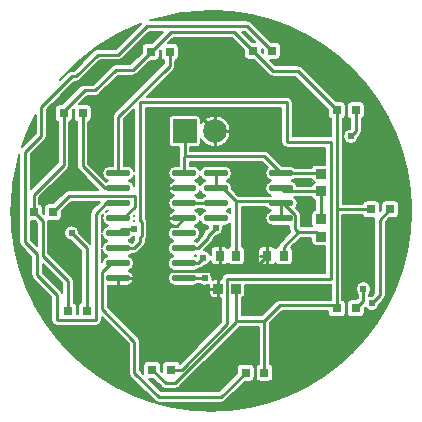
<source format=gtl>
G04 Layer: TopLayer*
G04 EasyEDA Pro v2.2.39.2, 2025-06-07 21:32:46*
G04 Gerber Generator version 0.3*
G04 Scale: 100 percent, Rotated: No, Reflected: No*
G04 Dimensions in millimeters*
G04 Leading zeros omitted, absolute positions, 4 integers and 5 decimals*
G04 Generated by one-click*
%FSLAX45Y45*%
%MOMM*%
%ADD10C,0.2032*%
%ADD11C,0.254*%
%ADD12O,2.045X0.58801*%
%ADD13R,1.99898X1.99898*%
%ADD14C,1.99898*%
%ADD15R,0.86401X0.80648*%
%ADD16R,0.80648X0.86401*%
%ADD17R,0.8X0.9*%
%ADD18R,0.8028X0.8001*%
%ADD19R,0.8001X0.8001*%
%ADD20C,0.61*%
G75*


G04 Copper Start*
G36*
G01X1692553Y0D02*
G01X1690636Y-80535D01*
G01X1684889Y-160887D01*
G01X1675325Y-240875D01*
G01X1661966Y-320318D01*
G01X1644842Y-399034D01*
G01X1623993Y-476847D01*
G01X1599464Y-553580D01*
G01X1571312Y-629058D01*
G01X1539600Y-703112D01*
G01X1504401Y-775573D01*
G01X1465794Y-846276D01*
G01X1423866Y-915063D01*
G01X1378713Y-981777D01*
G01X1330436Y-1046267D01*
G01X1279146Y-1108386D01*
G01X1224958Y-1167995D01*
G01X1167995Y-1224958D01*
G01X1108386Y-1279146D01*
G01X1046267Y-1330436D01*
G01X981777Y-1378713D01*
G01X915063Y-1423866D01*
G01X846276Y-1465794D01*
G01X775573Y-1504401D01*
G01X703112Y-1539600D01*
G01X629058Y-1571312D01*
G01X553580Y-1599464D01*
G01X476847Y-1623993D01*
G01X399034Y-1644842D01*
G01X320318Y-1661966D01*
G01X240875Y-1675325D01*
G01X160887Y-1684889D01*
G01X80535Y-1690636D01*
G01X0Y-1692553D01*
G01X-80535Y-1690636D01*
G01X-160887Y-1684889D01*
G01X-240875Y-1675325D01*
G01X-320318Y-1661966D01*
G01X-399034Y-1644842D01*
G01X-476847Y-1623993D01*
G01X-553580Y-1599464D01*
G01X-629058Y-1571312D01*
G01X-703112Y-1539600D01*
G01X-775573Y-1504401D01*
G01X-846276Y-1465794D01*
G01X-915063Y-1423866D01*
G01X-981777Y-1378713D01*
G01X-1046267Y-1330436D01*
G01X-1108386Y-1279146D01*
G01X-1167995Y-1224958D01*
G01X-1224958Y-1167995D01*
G01X-1279146Y-1108386D01*
G01X-1330436Y-1046267D01*
G01X-1378713Y-981777D01*
G01X-1423866Y-915063D01*
G01X-1465794Y-846276D01*
G01X-1504401Y-775573D01*
G01X-1539600Y-703112D01*
G01X-1571312Y-629058D01*
G01X-1599464Y-553580D01*
G01X-1623993Y-476847D01*
G01X-1644842Y-399034D01*
G01X-1661966Y-320318D01*
G01X-1675325Y-240875D01*
G01X-1684889Y-160887D01*
G01X-1690636Y-80535D01*
G01X-1692553Y0D01*
G01X-1692553Y0D01*
G01X-1690654Y80150D01*
G01X-1684962Y160121D01*
G01X-1675489Y239732D01*
G01X-1662257Y318806D01*
G01X-1645295Y397164D01*
G01X-1624642Y474631D01*
G01X-1624642Y-266134D01*
G01X-1624642Y-266134D01*
G01X-1622989Y-278690D01*
G01X-1618142Y-290391D01*
G01X-1610432Y-300439D01*
G01X-1610432Y-300439D01*
G01X-1522449Y-388422D01*
G01X-1522449Y-542573D01*
G01X-1522449Y-542573D01*
G01X-1520796Y-555129D01*
G01X-1515949Y-566830D01*
G01X-1508239Y-576878D01*
G01X-1508239Y-576878D01*
G01X-1353941Y-731175D01*
G01X-1353941Y-925105D01*
G01X-1353941Y-925105D01*
G01X-1352288Y-937662D01*
G01X-1347442Y-949362D01*
G01X-1339732Y-959410D01*
G01X-1329684Y-967120D01*
G01X-1317984Y-971966D01*
G01X-1305427Y-973619D01*
G01X-1305427Y-973619D01*
G01X-975269Y-973619D01*
G01X-975269Y-973619D01*
G01X-962713Y-971966D01*
G01X-951012Y-967120D01*
G01X-940965Y-959410D01*
G01X-933255Y-949362D01*
G01X-928409Y-937662D01*
G01X-926755Y-925105D01*
G01X-926755Y-925105D01*
G01X-926755Y-899721D01*
G01X-699715Y-1126762D01*
G01X-699715Y-1369676D01*
G01X-699715Y-1369676D01*
G01X-698062Y-1382233D01*
G01X-693215Y-1393933D01*
G01X-685505Y-1403981D01*
G01X-685505Y-1403981D01*
G01X-478153Y-1611333D01*
G01X-478153Y-1611333D01*
G01X-468105Y-1619043D01*
G01X-456405Y-1623889D01*
G01X-443848Y-1625543D01*
G01X-443848Y-1625543D01*
G01X84206Y-1625543D01*
G01X84206Y-1625543D01*
G01X96763Y-1623889D01*
G01X108463Y-1619043D01*
G01X118511Y-1611333D01*
G01X118511Y-1611333D01*
G01X283996Y-1445848D01*
G01X331211Y-1445848D01*
G01X331211Y-1445848D01*
G01X342278Y-1444095D01*
G01X352262Y-1439008D01*
G01X360185Y-1431085D01*
G01X365272Y-1421101D01*
G01X367025Y-1410034D01*
G01X367025Y-1410034D01*
G01X367025Y-1330024D01*
G01X367025Y-1330024D01*
G01X365272Y-1318957D01*
G01X360185Y-1308973D01*
G01X352262Y-1301050D01*
G01X342278Y-1295963D01*
G01X331211Y-1294210D01*
G01X331211Y-1294210D01*
G01X251201Y-1294210D01*
G01X251201Y-1294210D01*
G01X240134Y-1295963D01*
G01X230150Y-1301050D01*
G01X222227Y-1308973D01*
G01X217140Y-1318957D01*
G01X215387Y-1330024D01*
G01X215387Y-1330024D01*
G01X215387Y-1377239D01*
G01X64111Y-1528515D01*
G01X-423753Y-1528515D01*
G01X-529995Y-1422273D01*
G01X-491900Y-1422273D01*
G01X-419369Y-1494805D01*
G01X-419369Y-1494805D01*
G01X-409321Y-1502514D01*
G01X-397620Y-1507361D01*
G01X-385064Y-1509014D01*
G01X-385064Y-1509014D01*
G01X-306201Y-1509014D01*
G01X-306201Y-1509014D01*
G01X-293645Y-1507361D01*
G01X-281944Y-1502514D01*
G01X-271897Y-1494805D01*
G01X-271897Y-1494805D01*
G01X242232Y-980676D01*
G01X402712Y-980676D01*
G01X402712Y-1294727D01*
G01X391816Y-1299415D01*
G01X383048Y-1307404D01*
G01X377371Y-1317818D01*
G01X375407Y-1329516D01*
G01X375407Y-1329516D01*
G01X375407Y-1409526D01*
G01X375407Y-1409526D01*
G01X377160Y-1420593D01*
G01X382247Y-1430577D01*
G01X390170Y-1438500D01*
G01X400154Y-1443587D01*
G01X411221Y-1445340D01*
G01X411221Y-1445340D01*
G01X491231Y-1445340D01*
G01X491231Y-1445340D01*
G01X502298Y-1443587D01*
G01X512282Y-1438500D01*
G01X520205Y-1430577D01*
G01X525292Y-1420593D01*
G01X527045Y-1409526D01*
G01X527045Y-1409526D01*
G01X527045Y-1329516D01*
G01X527045Y-1329516D01*
G01X525081Y-1317818D01*
G01X519403Y-1307404D01*
G01X510636Y-1299415D01*
G01X499740Y-1294727D01*
G01X499740Y-952257D01*
G01X603695Y-848302D01*
G01X987171Y-848302D01*
G01X987171Y-866759D01*
G01X987171Y-866759D01*
G01X988924Y-877826D01*
G01X994011Y-887810D01*
G01X1001934Y-895733D01*
G01X1011918Y-900820D01*
G01X1022985Y-902573D01*
G01X1022985Y-902573D01*
G01X1102995Y-902573D01*
G01X1102995Y-902573D01*
G01X1114062Y-900820D01*
G01X1124046Y-895733D01*
G01X1131969Y-887810D01*
G01X1137056Y-877826D01*
G01X1138809Y-866759D01*
G01X1138809Y-866759D01*
G01X1138809Y-786749D01*
G01X1138809Y-786749D01*
G01X1136845Y-775051D01*
G01X1131168Y-764637D01*
G01X1122400Y-756648D01*
G01X1111504Y-751960D01*
G01X1111504Y-36863D01*
G01X1280297Y-36863D01*
G01X1284984Y-47759D01*
G01X1292973Y-56527D01*
G01X1303387Y-62204D01*
G01X1315085Y-64168D01*
G01X1315085Y-64168D01*
G01X1381516Y-64168D01*
G01X1380527Y-73910D01*
G01X1380527Y-73910D01*
G01X1380527Y-695007D01*
G01X1357665Y-717869D01*
G01X1347796Y-718961D01*
G01X1338201Y-721514D01*
G01X1338201Y-706304D01*
G01X1345780Y-696466D01*
G01X1351391Y-685388D01*
G01X1354838Y-673457D01*
G01X1356001Y-661094D01*
G01X1354339Y-646337D01*
G01X1349434Y-632321D01*
G01X1341534Y-619747D01*
G01X1331033Y-609247D01*
G01X1318460Y-601347D01*
G01X1304443Y-596442D01*
G01X1289687Y-594779D01*
G01X1274931Y-596442D01*
G01X1260915Y-601347D01*
G01X1248341Y-609247D01*
G01X1237841Y-619747D01*
G01X1229940Y-632321D01*
G01X1225036Y-646337D01*
G01X1223373Y-661094D01*
G01X1224536Y-673457D01*
G01X1227983Y-685388D01*
G01X1233595Y-696466D01*
G01X1241173Y-706304D01*
G01X1241173Y-739474D01*
G01X1230220Y-750427D01*
G01X1183005Y-750427D01*
G01X1183005Y-750427D01*
G01X1171938Y-752180D01*
G01X1161954Y-757267D01*
G01X1154031Y-765190D01*
G01X1148944Y-775174D01*
G01X1147191Y-786241D01*
G01X1147191Y-786241D01*
G01X1147191Y-866251D01*
G01X1147191Y-866251D01*
G01X1148944Y-877318D01*
G01X1154031Y-887302D01*
G01X1161954Y-895225D01*
G01X1171938Y-900312D01*
G01X1183005Y-902065D01*
G01X1183005Y-902065D01*
G01X1263015Y-902065D01*
G01X1263015Y-902065D01*
G01X1274082Y-900312D01*
G01X1284066Y-895225D01*
G01X1291989Y-887302D01*
G01X1297076Y-877318D01*
G01X1298829Y-866251D01*
G01X1298829Y-866251D01*
G01X1298829Y-819036D01*
G01X1301849Y-816016D01*
G01X1309940Y-827632D01*
G01X1320311Y-837267D01*
G01X1332492Y-844481D01*
G01X1345926Y-848945D01*
G01X1360001Y-850456D01*
G01X1374432Y-848867D01*
G01X1388171Y-844176D01*
G01X1400560Y-836607D01*
G01X1411005Y-826524D01*
G01X1419005Y-814410D01*
G01X1424178Y-800844D01*
G01X1426274Y-786479D01*
G01X1463346Y-749407D01*
G01X1463346Y-749407D01*
G01X1471056Y-739359D01*
G01X1475902Y-727659D01*
G01X1477555Y-715102D01*
G01X1477555Y-715102D01*
G01X1477555Y-94005D01*
G01X1507900Y-63660D01*
G01X1555115Y-63660D01*
G01X1555115Y-63660D01*
G01X1566182Y-61908D01*
G01X1576166Y-56821D01*
G01X1584089Y-48897D01*
G01X1589176Y-38914D01*
G01X1590929Y-27846D01*
G01X1590929Y-27846D01*
G01X1590929Y52164D01*
G01X1590929Y52164D01*
G01X1589176Y63231D01*
G01X1584089Y73215D01*
G01X1576166Y81138D01*
G01X1566182Y86225D01*
G01X1555115Y87978D01*
G01X1555115Y87978D01*
G01X1475105Y87978D01*
G01X1475105Y87978D01*
G01X1464038Y86225D01*
G01X1454054Y81138D01*
G01X1446131Y73215D01*
G01X1441044Y63231D01*
G01X1439291Y52164D01*
G01X1439291Y52164D01*
G01X1439291Y4949D01*
G01X1430909Y-3433D01*
G01X1430909Y51656D01*
G01X1430909Y51656D01*
G01X1429156Y62723D01*
G01X1424069Y72707D01*
G01X1416146Y80630D01*
G01X1406162Y85717D01*
G01X1395095Y87470D01*
G01X1395095Y87470D01*
G01X1315085Y87470D01*
G01X1315085Y87470D01*
G01X1303387Y85505D01*
G01X1292973Y79828D01*
G01X1284984Y71061D01*
G01X1280297Y60165D01*
G01X1113536Y60165D01*
G01X1113536Y629882D01*
G01X1115270Y629882D01*
G01X1116933Y615126D01*
G01X1121837Y601109D01*
G01X1129738Y588536D01*
G01X1140238Y578036D01*
G01X1152812Y570135D01*
G01X1166828Y565231D01*
G01X1181584Y563568D01*
G01X1181584Y563568D01*
G01X1196015Y565157D01*
G01X1209754Y569848D01*
G01X1222143Y577417D01*
G01X1232588Y587500D01*
G01X1240588Y599615D01*
G01X1245761Y613180D01*
G01X1247857Y627546D01*
G01X1259347Y639035D01*
G01X1259347Y639035D01*
G01X1267056Y649083D01*
G01X1271903Y660783D01*
G01X1273556Y673340D01*
G01X1273556Y673340D01*
G01X1273556Y776361D01*
G01X1284452Y781048D01*
G01X1293220Y789037D01*
G01X1298897Y799451D01*
G01X1300861Y811149D01*
G01X1300861Y811149D01*
G01X1300861Y891159D01*
G01X1300861Y891159D01*
G01X1299108Y902226D01*
G01X1294021Y912210D01*
G01X1286098Y920133D01*
G01X1276114Y925220D01*
G01X1265047Y926973D01*
G01X1265047Y926973D01*
G01X1185037Y926973D01*
G01X1185037Y926973D01*
G01X1173970Y925220D01*
G01X1163986Y920133D01*
G01X1156063Y912210D01*
G01X1150976Y902226D01*
G01X1149223Y891159D01*
G01X1149223Y891159D01*
G01X1149223Y811149D01*
G01X1149223Y811149D01*
G01X1151187Y799451D01*
G01X1156864Y789037D01*
G01X1165632Y781048D01*
G01X1176528Y776361D01*
G01X1176528Y696003D01*
G01X1162633Y693430D01*
G01X1149599Y687972D01*
G01X1138017Y679876D01*
G01X1128414Y669510D01*
G01X1121224Y657345D01*
G01X1116776Y643932D01*
G01X1115270Y629882D01*
G01X1113536Y629882D01*
G01X1113536Y775853D01*
G01X1124432Y780540D01*
G01X1133200Y788529D01*
G01X1138877Y798943D01*
G01X1140841Y810641D01*
G01X1140841Y810641D01*
G01X1140841Y890651D01*
G01X1140841Y890651D01*
G01X1139088Y901718D01*
G01X1134001Y911702D01*
G01X1126078Y919625D01*
G01X1116094Y924712D01*
G01X1105027Y926465D01*
G01X1105027Y926465D01*
G01X1057812Y926465D01*
G01X765594Y1218683D01*
G01X765594Y1218683D01*
G01X755547Y1226393D01*
G01X743846Y1231239D01*
G01X731290Y1232892D01*
G01X731290Y1232892D01*
G01X544189Y1232892D01*
G01X496587Y1280494D01*
G01X552692Y1280494D01*
G01X552692Y1280494D01*
G01X563759Y1282247D01*
G01X573743Y1287334D01*
G01X581666Y1295257D01*
G01X586753Y1305241D01*
G01X588506Y1316308D01*
G01X588506Y1316308D01*
G01X588506Y1396318D01*
G01X588506Y1396318D01*
G01X586753Y1407385D01*
G01X581666Y1417369D01*
G01X573743Y1425292D01*
G01X563759Y1430379D01*
G01X552692Y1432132D01*
G01X552692Y1432132D01*
G01X505477Y1432132D01*
G01X339813Y1597796D01*
G01X339813Y1597796D01*
G01X329765Y1605506D01*
G01X318064Y1610353D01*
G01X305508Y1612006D01*
G01X305508Y1612006D01*
G01X-515919Y1612006D01*
G01X-444107Y1633250D01*
G01X-371425Y1651296D01*
G01X-298017Y1666110D01*
G01X-224025Y1677662D01*
G01X-149594Y1685929D01*
G01X-74870Y1690896D01*
G01X0Y1692553D01*
G01X80535Y1690636D01*
G01X160887Y1684889D01*
G01X240875Y1675325D01*
G01X320318Y1661966D01*
G01X399034Y1644842D01*
G01X476847Y1623993D01*
G01X553580Y1599464D01*
G01X629058Y1571312D01*
G01X703112Y1539600D01*
G01X775573Y1504401D01*
G01X846276Y1465794D01*
G01X915063Y1423866D01*
G01X981777Y1378713D01*
G01X1046267Y1330436D01*
G01X1108386Y1279146D01*
G01X1167995Y1224958D01*
G01X1224958Y1167995D01*
G01X1279146Y1108386D01*
G01X1330436Y1046267D01*
G01X1378713Y981777D01*
G01X1423866Y915063D01*
G01X1465794Y846276D01*
G01X1504401Y775573D01*
G01X1539600Y703112D01*
G01X1571312Y629058D01*
G01X1599464Y553580D01*
G01X1623993Y476847D01*
G01X1644842Y399034D01*
G01X1661966Y320318D01*
G01X1675325Y240875D01*
G01X1684889Y160887D01*
G01X1690636Y80535D01*
G01X1692553Y0D01*
G37*
G36*
G01X-574929Y-1306449D02*
G01X-574929Y-1377339D01*
G01X-602687Y-1349581D01*
G01X-602687Y-1106667D01*
G01X-602687Y-1106667D01*
G01X-604340Y-1094110D01*
G01X-609186Y-1082410D01*
G01X-616896Y-1072362D01*
G01X-616896Y-1072362D01*
G01X-877242Y-812016D01*
G01X-877242Y-635005D01*
G01X-862409Y-636714D01*
G01X-862409Y-636714D01*
G01X-716709Y-636714D01*
G01X-716709Y-636714D01*
G01X-702198Y-635079D01*
G01X-688414Y-630256D01*
G01X-676049Y-622487D01*
G01X-665723Y-612161D01*
G01X-657953Y-599796D01*
G01X-653130Y-586012D01*
G01X-651495Y-571500D01*
G01X-653117Y-557046D01*
G01X-657902Y-543310D01*
G01X-665613Y-530977D01*
G01X-675865Y-520660D01*
G01X-688149Y-512872D01*
G01X-701854Y-508000D01*
G01X-688149Y-503128D01*
G01X-675865Y-495340D01*
G01X-665613Y-485023D01*
G01X-657902Y-472690D01*
G01X-653117Y-458954D01*
G01X-651495Y-444500D01*
G01X-653117Y-430046D01*
G01X-657902Y-416310D01*
G01X-665613Y-403977D01*
G01X-675865Y-393660D01*
G01X-688149Y-385872D01*
G01X-701854Y-381000D01*
G01X-691484Y-377638D01*
G01X-681818Y-372596D01*
G01X-673128Y-366014D01*
G01X-654171Y-366014D01*
G01X-654171Y-366014D01*
G01X-641614Y-364361D01*
G01X-629914Y-359514D01*
G01X-619866Y-351805D01*
G01X-619866Y-351805D01*
G01X-569700Y-301638D01*
G01X-569700Y-301638D01*
G01X-561990Y-291591D01*
G01X-557143Y-279890D01*
G01X-555490Y-267334D01*
G01X-555490Y-267334D01*
G01X-555490Y-245062D01*
G01X-554102Y-243673D01*
G01X-554102Y-243673D01*
G01X-546392Y-233626D01*
G01X-541546Y-221925D01*
G01X-539893Y-209369D01*
G01X-539893Y-209369D01*
G01X-539893Y-96687D01*
G01X-539893Y-96687D01*
G01X-541452Y-84486D01*
G01X-546030Y-73070D01*
G01X-553331Y-63171D01*
G01X-553331Y870027D01*
G01X592873Y870027D01*
G01X592873Y583369D01*
G01X592873Y583369D01*
G01X594526Y570812D01*
G01X599373Y559112D01*
G01X607083Y549064D01*
G01X617130Y541354D01*
G01X628831Y536508D01*
G01X641387Y534855D01*
G01X641387Y534855D01*
G01X962365Y534855D01*
G01X962365Y391911D01*
G01X883036Y391911D01*
G01X883036Y391911D01*
G01X871683Y390064D01*
G01X861502Y384713D01*
G01X853541Y376411D01*
G01X848623Y366014D01*
G01X711172Y366014D01*
G01X698163Y375104D01*
G01X683343Y380783D01*
G01X667591Y382715D01*
G01X667591Y382715D01*
G01X598136Y382715D01*
G01X485267Y495583D01*
G01X485267Y495583D01*
G01X475219Y503293D01*
G01X463519Y508140D01*
G01X450962Y509793D01*
G01X450962Y509793D01*
G01X-175626Y509793D01*
G01X-175626Y537337D01*
G01X-124191Y537337D01*
G01X-124191Y537337D01*
G01X-113124Y539090D01*
G01X-103140Y544177D01*
G01X-95217Y552100D01*
G01X-90130Y562084D01*
G01X-88377Y573151D01*
G01X-88377Y573151D01*
G01X-88377Y606380D01*
G01X-76994Y589352D01*
G01X-63180Y574231D01*
G01X-47248Y561359D01*
G01X-29561Y551031D01*
G01X-10521Y543482D01*
G01X9437Y538882D01*
G01X29860Y537337D01*
G01X51098Y539008D01*
G01X71813Y543982D01*
G01X91495Y552134D01*
G01X109660Y563265D01*
G01X125859Y577101D01*
G01X139695Y593301D01*
G01X150826Y611465D01*
G01X158979Y631147D01*
G01X163952Y651862D01*
G01X165623Y673100D01*
G01X163952Y694338D01*
G01X158979Y715053D01*
G01X150826Y734735D01*
G01X139695Y752899D01*
G01X125859Y769099D01*
G01X109660Y782935D01*
G01X91495Y794066D01*
G01X71813Y802218D01*
G01X51098Y807192D01*
G01X29860Y808863D01*
G01X9437Y807318D01*
G01X-10521Y802718D01*
G01X-29561Y795169D01*
G01X-47248Y784841D01*
G01X-63180Y771969D01*
G01X-76994Y756848D01*
G01X-88377Y739820D01*
G01X-88377Y773049D01*
G01X-88377Y773049D01*
G01X-90130Y784116D01*
G01X-95217Y794100D01*
G01X-103140Y802023D01*
G01X-113124Y807110D01*
G01X-124191Y808863D01*
G01X-124191Y808863D01*
G01X-324089Y808863D01*
G01X-324089Y808863D01*
G01X-335156Y807110D01*
G01X-345140Y802023D01*
G01X-353063Y794100D01*
G01X-358150Y784116D01*
G01X-359903Y773049D01*
G01X-359903Y773049D01*
G01X-359903Y573151D01*
G01X-359903Y573151D01*
G01X-358150Y562084D01*
G01X-353063Y552100D01*
G01X-345140Y544177D01*
G01X-335156Y539090D01*
G01X-324089Y537337D01*
G01X-324089Y537337D01*
G01X-272654Y537337D01*
G01X-272654Y473742D01*
G01X-274376Y466449D01*
G01X-274955Y458977D01*
G01X-274955Y458977D01*
G01X-274955Y383184D01*
G01X-299291Y383184D01*
G01X-299291Y383184D01*
G01X-313802Y381549D01*
G01X-327586Y376726D01*
G01X-339951Y368956D01*
G01X-350277Y358630D01*
G01X-358047Y346265D01*
G01X-362870Y332481D01*
G01X-364505Y317969D01*
G01X-362883Y303515D01*
G01X-358098Y289780D01*
G01X-350387Y277447D01*
G01X-340135Y267130D01*
G01X-327851Y259341D01*
G01X-314146Y254469D01*
G01X-327851Y249597D01*
G01X-340135Y241809D01*
G01X-350387Y231492D01*
G01X-358098Y219159D01*
G01X-362883Y205424D01*
G01X-364505Y190969D01*
G01X-362883Y176515D01*
G01X-358098Y162780D01*
G01X-350387Y150447D01*
G01X-340135Y140130D01*
G01X-327851Y132341D01*
G01X-314146Y127469D01*
G01X-327851Y122597D01*
G01X-340135Y114809D01*
G01X-350387Y104492D01*
G01X-358098Y92159D01*
G01X-362883Y78424D01*
G01X-364505Y63969D01*
G01X-362883Y49515D01*
G01X-358098Y35780D01*
G01X-350387Y23447D01*
G01X-340135Y13130D01*
G01X-327851Y5341D01*
G01X-314146Y469D01*
G01X-327851Y-4403D01*
G01X-340135Y-12191D01*
G01X-350387Y-22508D01*
G01X-358098Y-34841D01*
G01X-362883Y-48576D01*
G01X-364505Y-63031D01*
G01X-362958Y-77151D01*
G01X-358391Y-90601D01*
G01X-351019Y-102743D01*
G01X-341193Y-113002D01*
G01X-329380Y-120889D01*
G01X-316138Y-126031D01*
G01X-330374Y-130562D01*
G01X-343205Y-138213D01*
G01X-353958Y-148583D01*
G01X-362069Y-161128D01*
G01X-367112Y-175190D01*
G01X-368823Y-190031D01*
G01X-367201Y-204485D01*
G01X-362416Y-218220D01*
G01X-354705Y-230553D01*
G01X-344453Y-240871D01*
G01X-332169Y-248659D01*
G01X-318464Y-253531D01*
G01X-332169Y-258403D01*
G01X-344453Y-266191D01*
G01X-354705Y-276508D01*
G01X-362416Y-288841D01*
G01X-367201Y-302577D01*
G01X-368823Y-317031D01*
G01X-367201Y-331485D01*
G01X-362416Y-345220D01*
G01X-354705Y-357553D01*
G01X-344453Y-367871D01*
G01X-332169Y-375659D01*
G01X-318464Y-380531D01*
G01X-332169Y-385403D01*
G01X-344453Y-393191D01*
G01X-354705Y-403508D01*
G01X-362416Y-415841D01*
G01X-367201Y-429577D01*
G01X-368823Y-444031D01*
G01X-367201Y-458485D01*
G01X-362416Y-472220D01*
G01X-354705Y-484553D01*
G01X-344453Y-494871D01*
G01X-332169Y-502659D01*
G01X-318464Y-507531D01*
G01X-332169Y-512403D01*
G01X-344453Y-520191D01*
G01X-354705Y-530508D01*
G01X-362416Y-542841D01*
G01X-367201Y-556577D01*
G01X-368823Y-571031D01*
G01X-367188Y-585542D01*
G01X-362365Y-599326D01*
G01X-354595Y-611691D01*
G01X-344269Y-622018D01*
G01X-331904Y-629787D01*
G01X-318120Y-634610D01*
G01X-303609Y-636245D01*
G01X-303609Y-636245D01*
G01X-157909Y-636245D01*
G01X-157909Y-636245D01*
G01X-141916Y-634254D01*
G01X-126900Y-628401D01*
G01X-113778Y-619045D01*
G01X-99947Y-619045D01*
G01X-90110Y-626623D01*
G01X-79031Y-632235D01*
G01X-67101Y-635682D01*
G01X-54737Y-636845D01*
G01X-41020Y-635411D01*
G01X-27896Y-631170D01*
G01X-15933Y-624306D01*
G01X-15933Y-703600D01*
G01X-15933Y-703600D01*
G01X-14181Y-714667D01*
G01X-9094Y-724651D01*
G01X-1170Y-732574D01*
G01X8813Y-737661D01*
G01X19881Y-739414D01*
G01X19881Y-739414D01*
G01X87027Y-739414D01*
G01X87027Y-940753D01*
G01X-265561Y-1293340D01*
G01X-270844Y-1283916D01*
G01X-278697Y-1276497D01*
G01X-288405Y-1271757D01*
G01X-299085Y-1270127D01*
G01X-299085Y-1270127D01*
G01X-379095Y-1270127D01*
G01X-379095Y-1270127D01*
G01X-390162Y-1271880D01*
G01X-400146Y-1276967D01*
G01X-408069Y-1284890D01*
G01X-413156Y-1294874D01*
G01X-414909Y-1305941D01*
G01X-414909Y-1305941D01*
G01X-414909Y-1362046D01*
G01X-423291Y-1353664D01*
G01X-423291Y-1306449D01*
G01X-423291Y-1306449D01*
G01X-425044Y-1295382D01*
G01X-430131Y-1285398D01*
G01X-438054Y-1277475D01*
G01X-448038Y-1272388D01*
G01X-459105Y-1270635D01*
G01X-459105Y-1270635D01*
G01X-539115Y-1270635D01*
G01X-539115Y-1270635D01*
G01X-550182Y-1272388D01*
G01X-560166Y-1277475D01*
G01X-568089Y-1285398D01*
G01X-573176Y-1295382D01*
G01X-574929Y-1306449D01*
G01X-574929Y-1306449D01*
G37*
G36*
G01X259391Y-883648D02*
G01X259391Y-738465D01*
G01X270399Y-733834D01*
G01X279272Y-725841D01*
G01X285024Y-715375D01*
G01X287015Y-703600D01*
G01X287015Y-703600D01*
G01X287015Y-624264D01*
G01X1010879Y-624264D01*
G01X1010879Y-624264D01*
G01X1014476Y-624130D01*
G01X1014476Y-751274D01*
G01X583600Y-751274D01*
G01X583600Y-751274D01*
G01X571044Y-752927D01*
G01X559343Y-757773D01*
G01X549296Y-765483D01*
G01X549296Y-765483D01*
G01X431131Y-883648D01*
G01X259391Y-883648D01*
G37*
G36*
G01X-1136289Y-876591D02*
G01X-1136289Y-811149D01*
G01X-1136289Y-811149D01*
G01X-1138254Y-799451D01*
G01X-1143931Y-789037D01*
G01X-1152698Y-781048D01*
G01X-1163594Y-776361D01*
G01X-1163594Y-593465D01*
G01X-1163594Y-593465D01*
G01X-1165247Y-580909D01*
G01X-1170094Y-569208D01*
G01X-1177804Y-559160D01*
G01X-1177804Y-559160D01*
G01X-1378774Y-358190D01*
G01X-1378774Y-88265D01*
G01X-1302151Y-88265D01*
G01X-1302151Y-88265D01*
G01X-1291084Y-86512D01*
G01X-1281100Y-81425D01*
G01X-1273177Y-73502D01*
G01X-1268090Y-63518D01*
G01X-1266337Y-52451D01*
G01X-1266337Y-52451D01*
G01X-1266337Y-5236D01*
G01X-1182615Y78486D01*
G01X-942623Y78486D01*
G01X-1009574Y11535D01*
G01X-1009574Y11535D01*
G01X-1017284Y1488D01*
G01X-1022130Y-10213D01*
G01X-1023783Y-22769D01*
G01X-1023783Y-22769D01*
G01X-1023783Y-276955D01*
G01X-1115763Y-184975D01*
G01X-1117860Y-170609D01*
G01X-1123032Y-157044D01*
G01X-1131033Y-144930D01*
G01X-1141478Y-134846D01*
G01X-1153866Y-127278D01*
G01X-1167605Y-122586D01*
G01X-1182036Y-120997D01*
G01X-1196792Y-122660D01*
G01X-1210809Y-127564D01*
G01X-1223382Y-135465D01*
G01X-1233883Y-145965D01*
G01X-1241783Y-158539D01*
G01X-1246688Y-172555D01*
G01X-1248350Y-187311D01*
G01X-1246761Y-201742D01*
G01X-1242070Y-215481D01*
G01X-1234501Y-227870D01*
G01X-1224418Y-238315D01*
G01X-1212303Y-246315D01*
G01X-1198738Y-251488D01*
G01X-1184372Y-253584D01*
G01X-1100602Y-337354D01*
G01X-1100602Y-775853D01*
G01X-1111498Y-780540D01*
G01X-1120266Y-788529D01*
G01X-1125943Y-798943D01*
G01X-1127907Y-810641D01*
G01X-1127907Y-810641D01*
G01X-1127907Y-876591D01*
G01X-1136289Y-876591D01*
G37*
G36*
G01X-1260622Y-613560D02*
G01X-1260622Y-692476D01*
G01X-1265101Y-684110D01*
G01X-1271123Y-676776D01*
G01X-1271123Y-676776D01*
G01X-1425421Y-522478D01*
G01X-1425421Y-448762D01*
G01X-1260622Y-613560D01*
G37*
G36*
G01X19881Y-581386D02*
G01X10460Y-582647D01*
G01X11577Y-570531D01*
G01X9914Y-555775D01*
G01X5009Y-541758D01*
G01X-2891Y-529185D01*
G01X-13391Y-518685D01*
G01X-25965Y-510784D01*
G01X-39981Y-505880D01*
G01X-54737Y-504217D01*
G01X-67101Y-505380D01*
G01X-79031Y-508827D01*
G01X-90110Y-514439D01*
G01X-99947Y-522017D01*
G01X-114891Y-522017D01*
G01X-128080Y-513038D01*
G01X-143054Y-507531D01*
G01X-132684Y-504169D01*
G01X-123018Y-499127D01*
G01X-114328Y-492545D01*
G01X-110556Y-492545D01*
G01X-110556Y-492545D01*
G01X-97999Y-490892D01*
G01X-86299Y-486045D01*
G01X-76251Y-478335D01*
G01X-76251Y-478335D01*
G01X-63837Y-465921D01*
G01X-49059Y-463716D01*
G01X-35150Y-458258D01*
G01X-22816Y-449825D01*
G01X-12683Y-438845D01*
G01X-5265Y-425874D01*
G01X-5265Y-426000D01*
G01X-5265Y-426000D01*
G01X-3513Y-437067D01*
G01X1574Y-447051D01*
G01X9498Y-454974D01*
G01X19481Y-460061D01*
G01X30549Y-461814D01*
G01X30549Y-461814D01*
G01X110548Y-461814D01*
G01X110548Y-461814D01*
G01X122189Y-459869D01*
G01X132565Y-454247D01*
G01X140551Y-445557D01*
G01X148537Y-454247D01*
G01X158913Y-459869D01*
G01X170553Y-461814D01*
G01X170553Y-461814D01*
G01X250553Y-461814D01*
G01X250553Y-461814D01*
G01X261620Y-460061D01*
G01X271604Y-454974D01*
G01X279527Y-447051D01*
G01X284614Y-437067D01*
G01X286367Y-426000D01*
G01X286367Y-426000D01*
G01X286367Y-336000D01*
G01X286367Y-336000D01*
G01X284403Y-324304D01*
G01X278727Y-313890D01*
G01X269962Y-305901D01*
G01X259067Y-301213D01*
G01X259067Y30840D01*
G01X465444Y30840D01*
G01X473236Y20076D01*
G01X483048Y11115D01*
G01X494473Y4329D01*
G01X507036Y0D01*
G01X493331Y-4872D01*
G01X481047Y-12660D01*
G01X470795Y-22977D01*
G01X463084Y-35310D01*
G01X458299Y-49046D01*
G01X456677Y-63500D01*
G01X458312Y-78012D01*
G01X463135Y-91796D01*
G01X470905Y-104161D01*
G01X481231Y-114487D01*
G01X493596Y-122256D01*
G01X507380Y-127079D01*
G01X521891Y-128714D01*
G01X521891Y-128714D01*
G01X662686Y-128714D01*
G01X662686Y-157089D01*
G01X662686Y-157089D01*
G01X664334Y-169627D01*
G01X669167Y-181313D01*
G01X580988Y-269493D01*
G01X580988Y-269493D01*
G01X573718Y-278793D01*
G01X568910Y-289573D01*
G01X566848Y-301196D01*
G01X558446Y-304396D01*
G01X551106Y-309587D01*
G01X545290Y-316443D01*
G01X537304Y-307753D01*
G01X526928Y-302131D01*
G01X515287Y-300186D01*
G01X515287Y-300186D01*
G01X435287Y-300186D01*
G01X435287Y-300186D01*
G01X424220Y-301939D01*
G01X414236Y-307026D01*
G01X406313Y-314949D01*
G01X401226Y-324933D01*
G01X399473Y-336000D01*
G01X399473Y-336000D01*
G01X399473Y-426000D01*
G01X399473Y-426000D01*
G01X401226Y-437067D01*
G01X406313Y-447051D01*
G01X414236Y-454974D01*
G01X424220Y-460061D01*
G01X435287Y-461814D01*
G01X435287Y-461814D01*
G01X515287Y-461814D01*
G01X515287Y-461814D01*
G01X526928Y-459869D01*
G01X537304Y-454247D01*
G01X545290Y-445557D01*
G01X553275Y-454247D01*
G01X563652Y-459869D01*
G01X575292Y-461814D01*
G01X575292Y-461814D01*
G01X655292Y-461814D01*
G01X655292Y-461814D01*
G01X666359Y-460061D01*
G01X676343Y-454974D01*
G01X684266Y-447051D01*
G01X689353Y-437067D01*
G01X691106Y-426000D01*
G01X691106Y-426000D01*
G01X691106Y-336000D01*
G01X691106Y-336000D01*
G01X689657Y-325915D01*
G01X685426Y-316645D01*
G01X678756Y-308943D01*
G01X761385Y-226314D01*
G01X847222Y-226314D01*
G01X847222Y-260251D01*
G01X847222Y-260251D01*
G01X848975Y-271319D01*
G01X854062Y-281302D01*
G01X861985Y-289226D01*
G01X871969Y-294313D01*
G01X883036Y-296065D01*
G01X883036Y-296065D01*
G01X962365Y-296065D01*
G01X962365Y-527236D01*
G01X135541Y-527236D01*
G01X135541Y-527236D01*
G01X122984Y-528889D01*
G01X111284Y-533735D01*
G01X101236Y-541445D01*
G01X93526Y-551493D01*
G01X88680Y-563193D01*
G01X87027Y-575750D01*
G01X87027Y-575750D01*
G01X87027Y-581386D01*
G01X19881Y-581386D01*
G01X19881Y-581386D01*
G37*
G36*
G01X-926755Y-433897D02*
G01X-926755Y-328103D01*
G01X-922504Y-342827D01*
G01X-914935Y-356151D01*
G01X-904465Y-367342D01*
G01X-891672Y-375780D01*
G01X-877264Y-381000D01*
G01X-891672Y-386220D01*
G01X-904465Y-394658D01*
G01X-914935Y-405849D01*
G01X-922504Y-419173D01*
G01X-926755Y-433897D01*
G37*
G36*
G01X-130786Y-384724D02*
G01X-143054Y-380531D01*
G01X-135175Y-378154D01*
G01X-127658Y-374804D01*
G01X-130786Y-384724D01*
G37*
G36*
G01X-5265Y-336000D02*
G01X-5265Y-373422D01*
G01X-12163Y-361172D01*
G01X-21487Y-350651D01*
G01X-32820Y-342332D01*
G01X-45652Y-336589D01*
G01X-59406Y-333680D01*
G01X8383Y-265891D01*
G01X8383Y-265891D01*
G01X16093Y-255843D01*
G01X20940Y-244142D01*
G01X22593Y-231586D01*
G01X22593Y-231586D01*
G01X22593Y-228989D01*
G01X39168Y-212414D01*
G01X53533Y-210318D01*
G01X67098Y-205145D01*
G01X79213Y-197145D01*
G01X89296Y-186700D01*
G01X96865Y-174311D01*
G01X101556Y-160572D01*
G01X103145Y-146141D01*
G01X102560Y-137350D01*
G01X100815Y-128714D01*
G01X113109Y-128714D01*
G01X113109Y-128714D01*
G01X126839Y-127253D01*
G01X139954Y-122933D01*
G01X151865Y-115949D01*
G01X162039Y-106613D01*
G01X162039Y-301213D01*
G01X153665Y-304418D01*
G01X146349Y-309603D01*
G01X140551Y-316443D01*
G01X132565Y-307753D01*
G01X122189Y-302131D01*
G01X110548Y-300186D01*
G01X110548Y-300186D01*
G01X30549Y-300186D01*
G01X30549Y-300186D01*
G01X19481Y-301939D01*
G01X9498Y-307026D01*
G01X1574Y-314949D01*
G01X-3513Y-324933D01*
G01X-5265Y-336000D01*
G01X-5265Y-336000D01*
G37*
G36*
G01X-926755Y-306897D02*
G01X-926755Y-201103D01*
G01X-922504Y-215827D01*
G01X-914935Y-229151D01*
G01X-904465Y-240342D01*
G01X-891672Y-248780D01*
G01X-877264Y-254000D01*
G01X-891672Y-259220D01*
G01X-904465Y-267658D01*
G01X-914935Y-278849D01*
G01X-922504Y-292173D01*
G01X-926755Y-306897D01*
G37*
G36*
G01X-1475802Y-107937D02*
G01X-1475802Y-297850D01*
G01X-1527614Y-246039D01*
G01X-1527614Y-88773D01*
G01X-1494966Y-88773D01*
G01X-1475802Y-107937D01*
G37*
G36*
G01X-652518Y-247239D02*
G01X-673731Y-268451D01*
G01X-686903Y-259495D01*
G01X-701854Y-254000D01*
G01X-688372Y-249236D01*
G01X-676252Y-241648D01*
G01X-666077Y-231602D01*
G01X-658337Y-219579D01*
G01X-652251Y-219881D01*
G01X-652518Y-224966D01*
G01X-652518Y-224966D01*
G01X-652518Y-247239D01*
G37*
G36*
G01X-74435Y-211491D02*
G01X-124168Y-261224D01*
G01X-133308Y-256634D01*
G01X-143054Y-253531D01*
G01X-129349Y-248659D01*
G01X-117065Y-240871D01*
G01X-106813Y-230553D01*
G01X-99102Y-218220D01*
G01X-94317Y-204485D01*
G01X-92695Y-190031D01*
G01X-94242Y-175911D01*
G01X-98809Y-162460D01*
G01X-106181Y-150318D01*
G01X-116007Y-140060D01*
G01X-127820Y-132172D01*
G01X-141062Y-127030D01*
G01X-125749Y-122003D01*
G01X-112138Y-113375D01*
G01X-101057Y-101671D01*
G01X-93185Y-87608D01*
G01X-85777Y-101237D01*
G01X-75360Y-112731D01*
G01X-62523Y-121439D01*
G01X-47993Y-126870D01*
G01X-32591Y-128714D01*
G01X-32591Y-128714D01*
G01X-27152Y-128714D01*
G01X-29442Y-143805D01*
G01X-60226Y-174589D01*
G01X-60226Y-174589D01*
G01X-67936Y-184637D01*
G01X-72782Y-196337D01*
G01X-74435Y-208894D01*
G01X-74435Y-208894D01*
G01X-74435Y-211491D01*
G37*
G36*
G01X-926755Y-179897D02*
G01X-926755Y-42865D01*
G01X-914266Y-30376D01*
G01X-919235Y-40821D01*
G01X-922280Y-51979D01*
G01X-923305Y-63500D01*
G01X-921758Y-77620D01*
G01X-917191Y-91070D01*
G01X-909819Y-103213D01*
G01X-899994Y-113471D01*
G01X-888180Y-121358D01*
G01X-874939Y-126501D01*
G01X-889960Y-131391D01*
G01X-903364Y-139750D01*
G01X-914366Y-151087D01*
G01X-922318Y-164736D01*
G01X-926755Y-179897D01*
G37*
G36*
G01X847222Y-109579D02*
G01X848731Y-119866D01*
G01X853132Y-129286D01*
G01X759714Y-129286D01*
G01X759714Y-37105D01*
G01X759714Y-37105D01*
G01X758061Y-24549D01*
G01X753214Y-12848D01*
G01X745505Y-2801D01*
G01X745505Y-2801D01*
G01X719144Y23560D01*
G01X726610Y35756D01*
G01X731237Y49286D01*
G01X732805Y63500D01*
G01X730971Y78860D01*
G01X725570Y93355D01*
G01X716907Y106171D01*
G01X705470Y116586D01*
G01X848171Y116586D01*
G01X852109Y106717D01*
G01X858769Y98437D01*
G01X867565Y92476D01*
G01X877722Y89359D01*
G01X877722Y6487D01*
G01X867999Y3573D01*
G01X859484Y-1951D01*
G01X852860Y-9642D01*
G01X848660Y-18883D01*
G01X847222Y-28931D01*
G01X847222Y-28931D01*
G01X847222Y-109579D01*
G01X847222Y-109579D01*
G37*
G36*
G01X-92997Y-38922D02*
G01X-100486Y-25179D01*
G01X-111034Y-13616D01*
G01X-124034Y-4899D01*
G01X-138736Y469D01*
G01X-123741Y5987D01*
G01X-110538Y14986D01*
G01X-76172Y14986D01*
G01X-67482Y8404D01*
G01X-57816Y3362D01*
G01X-47446Y0D01*
G01X-62035Y-5311D01*
G01X-74956Y-13920D01*
G01X-85475Y-25340D01*
G01X-92997Y-38922D01*
G37*
G36*
G01X-1417975Y27559D02*
G01X-1417975Y-28546D01*
G01X-1426357Y-20164D01*
G01X-1426357Y27051D01*
G01X-1426357Y27051D01*
G01X-1428322Y38749D01*
G01X-1433999Y49163D01*
G01X-1442766Y57152D01*
G01X-1453662Y61839D01*
G01X-1453662Y117870D01*
G01X-1214105Y357427D01*
G01X-1214105Y357427D01*
G01X-1206396Y367475D01*
G01X-1201549Y379175D01*
G01X-1199896Y391732D01*
G01X-1199896Y391732D01*
G01X-1199896Y750436D01*
G01X-1189000Y755124D01*
G01X-1180232Y763113D01*
G01X-1174555Y773527D01*
G01X-1172591Y785225D01*
G01X-1172591Y785225D01*
G01X-1172591Y850867D01*
G01X-1164209Y859249D01*
G01X-1164209Y785733D01*
G01X-1164209Y785733D01*
G01X-1162245Y774035D01*
G01X-1156568Y763621D01*
G01X-1147800Y755632D01*
G01X-1136904Y750944D01*
G01X-1136904Y377190D01*
G01X-1136904Y377190D01*
G01X-1135251Y364634D01*
G01X-1130404Y352933D01*
G01X-1122695Y342885D01*
G01X-1122695Y342885D01*
G01X-955323Y175514D01*
G01X-1202710Y175514D01*
G01X-1202710Y175514D01*
G01X-1215267Y173861D01*
G01X-1226967Y169014D01*
G01X-1237015Y161305D01*
G01X-1237015Y161305D01*
G01X-1334946Y63373D01*
G01X-1382161Y63373D01*
G01X-1382161Y63373D01*
G01X-1393228Y61620D01*
G01X-1403212Y56533D01*
G01X-1411135Y48610D01*
G01X-1416222Y38626D01*
G01X-1417975Y27559D01*
G01X-1417975Y27559D01*
G37*
G36*
G01X162039Y-20387D02*
G01X152174Y-11281D01*
G01X140653Y-4388D01*
G01X127964Y0D01*
G01X140653Y4388D01*
G01X152174Y11281D01*
G01X162039Y20387D01*
G01X162039Y-20387D01*
G37*
G36*
G01X-872946Y0D02*
G01X-882359Y-2969D01*
G01X-891215Y-7324D01*
G01X-881326Y2565D01*
G01X-872946Y0D01*
G37*
G36*
G01X-47446Y127000D02*
G01X-57816Y123638D01*
G01X-67482Y118596D01*
G01X-76172Y112014D01*
G01X-109493Y112014D01*
G01X-118308Y118815D01*
G01X-128151Y124017D01*
G01X-138736Y127469D01*
G01X-124147Y132781D01*
G01X-111226Y141390D01*
G01X-100707Y152809D01*
G01X-93185Y166392D01*
G01X-85696Y152648D01*
G01X-75148Y141085D01*
G01X-62148Y132368D01*
G01X-47446Y127000D01*
G37*
G36*
G01X456677Y190500D02*
G01X458175Y176603D01*
G01X462599Y163345D01*
G01X469748Y151334D01*
G01X479292Y141122D01*
G01X490792Y133178D01*
G01X503721Y127868D01*
G01X230648Y127868D01*
G01X177613Y180903D01*
G01X178323Y190500D01*
G01X176701Y204954D01*
G01X171916Y218690D01*
G01X164205Y231023D01*
G01X153953Y241340D01*
G01X141669Y249128D01*
G01X127964Y254000D01*
G01X141669Y258872D01*
G01X153953Y266660D01*
G01X164205Y276977D01*
G01X171916Y289310D01*
G01X176701Y303046D01*
G01X178323Y317500D01*
G01X176688Y332012D01*
G01X171865Y345796D01*
G01X164095Y358161D01*
G01X153769Y368487D01*
G01X141404Y376256D01*
G01X127620Y381079D01*
G01X113109Y382715D01*
G01X113109Y382715D01*
G01X-32591Y382715D01*
G01X-32591Y382715D01*
G01X-47894Y380893D01*
G01X-62343Y375532D01*
G01X-75131Y366930D01*
G01X-85542Y355567D01*
G01X-92997Y342078D01*
G01X-100405Y355707D01*
G01X-110822Y367200D01*
G01X-123659Y375909D01*
G01X-138189Y381339D01*
G01X-153591Y383184D01*
G01X-153591Y383184D01*
G01X-177927Y383184D01*
G01X-177927Y412765D01*
G01X430867Y412765D01*
G01X477947Y365685D01*
G01X468949Y355580D01*
G01X462231Y343835D01*
G01X458080Y330957D01*
G01X456677Y317500D01*
G01X458299Y303046D01*
G01X463084Y289310D01*
G01X470795Y276977D01*
G01X481047Y266660D01*
G01X493331Y258872D01*
G01X507036Y254000D01*
G01X493331Y249128D01*
G01X481047Y241340D01*
G01X470795Y231023D01*
G01X463084Y218690D01*
G01X458299Y204954D01*
G01X456677Y190500D01*
G37*
G36*
G01X-1296924Y411827D02*
G01X-1527614Y181137D01*
G01X-1527614Y478189D01*
G01X-1404164Y601638D01*
G01X-1404164Y601638D01*
G01X-1396454Y611686D01*
G01X-1391608Y623386D01*
G01X-1389955Y635943D01*
G01X-1389955Y635943D01*
G01X-1389955Y858700D01*
G01X-1275621Y973034D01*
G01X-1275621Y973034D01*
G01X-1268470Y982138D01*
G01X-1160895Y1089713D01*
G01X-1144535Y1089713D01*
G01X-1144535Y1089713D01*
G01X-1131978Y1091366D01*
G01X-1120278Y1096213D01*
G01X-1110230Y1103923D01*
G01X-1110230Y1103923D01*
G01X-939480Y1274673D01*
G01X-785433Y1274673D01*
G01X-785433Y1274673D01*
G01X-772877Y1276326D01*
G01X-761176Y1281173D01*
G01X-751128Y1288883D01*
G01X-751128Y1288883D01*
G01X-525033Y1514978D01*
G01X-410991Y1514978D01*
G01X-504204Y1421765D01*
G01X-551419Y1421765D01*
G01X-551419Y1421765D01*
G01X-562486Y1420012D01*
G01X-572470Y1414925D01*
G01X-580393Y1407002D01*
G01X-585480Y1397018D01*
G01X-587233Y1385951D01*
G01X-587233Y1385951D01*
G01X-587233Y1338736D01*
G01X-683258Y1242711D01*
G01X-808892Y1242711D01*
G01X-808892Y1242711D01*
G01X-821448Y1241058D01*
G01X-833149Y1236211D01*
G01X-843196Y1228501D01*
G01X-843196Y1228501D01*
G01X-1003360Y1068337D01*
G01X-1072244Y1068337D01*
G01X-1072244Y1068337D01*
G01X-1084800Y1066684D01*
G01X-1096501Y1061838D01*
G01X-1106549Y1054128D01*
G01X-1106549Y1054128D01*
G01X-1259628Y901049D01*
G01X-1288415Y901049D01*
G01X-1288415Y901049D01*
G01X-1299482Y899296D01*
G01X-1309466Y894209D01*
G01X-1317389Y886286D01*
G01X-1322476Y876302D01*
G01X-1324229Y865235D01*
G01X-1324229Y865235D01*
G01X-1324229Y785225D01*
G01X-1324229Y785225D01*
G01X-1322265Y773527D01*
G01X-1316588Y763113D01*
G01X-1307820Y755124D01*
G01X-1296924Y750436D01*
G01X-1296924Y411827D01*
G37*
G36*
G01X-650359Y210624D02*
G01X-655770Y222856D01*
G01X-663562Y233727D01*
G01X-673408Y242780D01*
G01X-684893Y249634D01*
G01X-697536Y254000D01*
G01X-684893Y258366D01*
G01X-673408Y265220D01*
G01X-663562Y274273D01*
G01X-655770Y285144D01*
G01X-650359Y297376D01*
G01X-650359Y210624D01*
G37*
G36*
G01X875502Y240436D02*
G01X866056Y236956D01*
G01X857951Y230985D01*
G01X851828Y222994D01*
G01X848171Y213614D01*
G01X728572Y213614D01*
G01X721156Y227697D01*
G01X710551Y239565D01*
G01X697386Y248510D01*
G01X682446Y254000D01*
G01X692816Y257362D01*
G01X702482Y262404D01*
G01X711172Y268986D01*
G01X847810Y268986D01*
G01X851200Y259044D01*
G01X857329Y250514D01*
G01X865669Y244128D01*
G01X875502Y240436D01*
G37*
G36*
G01X-92997Y215078D02*
G01X-100486Y228821D01*
G01X-111034Y240384D01*
G01X-124034Y249101D01*
G01X-138736Y254469D01*
G01X-124147Y259781D01*
G01X-111226Y268390D01*
G01X-100707Y279809D01*
G01X-93185Y293392D01*
G01X-85696Y279648D01*
G01X-75148Y268085D01*
G01X-62148Y259368D01*
G01X-47446Y254000D01*
G01X-62035Y248689D01*
G01X-74956Y240080D01*
G01X-85475Y228660D01*
G01X-92997Y215078D01*
G37*
G36*
G01X-889978Y247387D02*
G01X-1039876Y397285D01*
G01X-1039876Y750944D01*
G01X-1028980Y755632D01*
G01X-1020212Y763621D01*
G01X-1014535Y774035D01*
G01X-1012571Y785733D01*
G01X-1012571Y785733D01*
G01X-1012571Y865743D01*
G01X-1012571Y865743D01*
G01X-1014324Y876810D01*
G01X-1019411Y886794D01*
G01X-1027334Y894717D01*
G01X-1037318Y899804D01*
G01X-1048385Y901557D01*
G01X-1048385Y901557D01*
G01X-1121901Y901557D01*
G01X-1052149Y971309D01*
G01X-983265Y971309D01*
G01X-983265Y971309D01*
G01X-970709Y972962D01*
G01X-959008Y977809D01*
G01X-948960Y985519D01*
G01X-948960Y985519D01*
G01X-788796Y1145683D01*
G01X-663163Y1145683D01*
G01X-663163Y1145683D01*
G01X-650607Y1147336D01*
G01X-638906Y1152182D01*
G01X-628858Y1159892D01*
G01X-628858Y1159892D01*
G01X-518624Y1270127D01*
G01X-471409Y1270127D01*
G01X-471409Y1270127D01*
G01X-460342Y1271880D01*
G01X-450358Y1276967D01*
G01X-442435Y1284890D01*
G01X-437348Y1294874D01*
G01X-435595Y1305941D01*
G01X-435595Y1305941D01*
G01X-435595Y1353156D01*
G01X-427213Y1361538D01*
G01X-427213Y1306449D01*
G01X-427213Y1306449D01*
G01X-425249Y1294751D01*
G01X-419571Y1284337D01*
G01X-410804Y1276348D01*
G01X-399908Y1271661D01*
G01X-399908Y1247445D01*
G01X-819546Y827807D01*
G01X-819546Y827807D01*
G01X-827255Y817759D01*
G01X-832102Y806059D01*
G01X-833755Y793502D01*
G01X-833755Y793502D01*
G01X-833755Y382715D01*
G01X-858091Y382715D01*
G01X-858091Y382715D01*
G01X-872602Y381079D01*
G01X-886386Y376256D01*
G01X-898751Y368487D01*
G01X-909077Y358161D01*
G01X-916847Y345796D01*
G01X-921670Y332012D01*
G01X-923305Y317500D01*
G01X-921683Y303046D01*
G01X-916898Y289310D01*
G01X-909187Y276977D01*
G01X-898935Y266660D01*
G01X-886651Y258872D01*
G01X-872946Y254000D01*
G01X-881695Y251293D01*
G01X-889978Y247387D01*
G37*
G36*
G01X-650359Y337624D02*
G01X-655901Y350086D01*
G01X-663914Y361122D01*
G01X-674047Y370251D01*
G01X-685857Y377072D01*
G01X-698828Y381288D01*
G01X-712391Y382715D01*
G01X-712391Y382715D01*
G01X-736727Y382715D01*
G01X-736727Y773407D01*
G01X-650359Y859775D01*
G01X-650359Y337624D01*
G37*
G36*
G01X-1604646Y538375D02*
G01X-1579673Y607757D01*
G01X-1551702Y675986D01*
G01X-1520786Y742931D01*
G01X-1486983Y808466D01*
G01X-1486983Y656038D01*
G01X-1604646Y538375D01*
G37*
G36*
G01X1016508Y775853D02*
G01X1016508Y631555D01*
G01X1010879Y631883D01*
G01X1010879Y631883D01*
G01X689901Y631883D01*
G01X689901Y918541D01*
G01X689901Y918541D01*
G01X688248Y931097D01*
G01X683402Y942798D01*
G01X675692Y952845D01*
G01X665644Y960555D01*
G01X653944Y965402D01*
G01X641387Y967055D01*
G01X641387Y967055D01*
G01X-543080Y967055D01*
G01X-317089Y1193045D01*
G01X-317089Y1193045D01*
G01X-309379Y1203093D01*
G01X-304533Y1214793D01*
G01X-302880Y1227350D01*
G01X-302880Y1227350D01*
G01X-302880Y1271661D01*
G01X-291984Y1276348D01*
G01X-283216Y1284337D01*
G01X-277539Y1294751D01*
G01X-275575Y1306449D01*
G01X-275575Y1306449D01*
G01X-275575Y1386459D01*
G01X-275575Y1386459D01*
G01X-277328Y1397526D01*
G01X-282415Y1407510D01*
G01X-290338Y1415433D01*
G01X-300322Y1420520D01*
G01X-311389Y1422273D01*
G01X-311389Y1422273D01*
G01X-366478Y1422273D01*
G01X-323336Y1465415D01*
G01X174448Y1465415D01*
G01X276848Y1363015D01*
G01X276848Y1315800D01*
G01X276848Y1315800D01*
G01X278601Y1304733D01*
G01X283688Y1294749D01*
G01X291611Y1286826D01*
G01X301595Y1281739D01*
G01X312662Y1279986D01*
G01X312662Y1279986D01*
G01X359877Y1279986D01*
G01X489789Y1150074D01*
G01X489789Y1150074D01*
G01X499836Y1142364D01*
G01X511537Y1137518D01*
G01X524093Y1135864D01*
G01X524093Y1135864D01*
G01X711194Y1135864D01*
G01X989203Y857856D01*
G01X989203Y810641D01*
G01X989203Y810641D01*
G01X991167Y798943D01*
G01X996844Y788529D01*
G01X1005612Y780540D01*
G01X1016508Y775853D01*
G37*
G36*
G01X-1277210Y1110617D02*
G01X-1225622Y1167298D01*
G01X-1171521Y1221586D01*
G01X-1115018Y1273370D01*
G01X-1056228Y1322542D01*
G01X-995273Y1369002D01*
G01X-932277Y1412655D01*
G01X-867369Y1453412D01*
G01X-800683Y1491188D01*
G01X-732355Y1525907D01*
G01X-662525Y1557497D01*
G01X-591336Y1585893D01*
G01X-805528Y1371701D01*
G01X-959575Y1371701D01*
G01X-959575Y1371701D01*
G01X-972131Y1370048D01*
G01X-983832Y1365202D01*
G01X-993879Y1357492D01*
G01X-993879Y1357492D01*
G01X-1164630Y1186741D01*
G01X-1180990Y1186741D01*
G01X-1180990Y1186741D01*
G01X-1193547Y1185088D01*
G01X-1205247Y1180242D01*
G01X-1215295Y1172532D01*
G01X-1215295Y1172532D01*
G01X-1277210Y1110617D01*
G37*
G36*
G01X436868Y1340213D02*
G01X428486Y1348595D01*
G01X428486Y1371905D01*
G01X436868Y1363523D01*
G01X436868Y1340213D01*
G37*
G36*
G01X285413Y1514978D02*
G01X368767Y1431624D01*
G01X345457Y1431624D01*
G01X262103Y1514978D01*
G01X285413Y1514978D01*
G37*
G54D10*
G01X1692553Y0D02*
G02X0Y-1692553I-1692553J0D01*
G02X-1692553Y0I0J1692553D01*
G02X-1624642Y474631I1692553J0D01*
G01X-1624642Y-266134D01*
G01X-1624642Y-266134D01*
G03X-1610432Y-300439I48514J0D01*
G01X-1610432Y-300439D01*
G01X-1522449Y-388422D01*
G01X-1522449Y-542573D01*
G01X-1522449Y-542573D01*
G03X-1508239Y-576878I48514J0D01*
G01X-1508239Y-576878D01*
G01X-1353941Y-731175D01*
G01X-1353941Y-925105D01*
G01X-1353941Y-925105D01*
G03X-1305427Y-973619I48514J0D01*
G01X-1305427Y-973619D01*
G01X-975269Y-973619D01*
G01X-975269Y-973619D01*
G03X-926755Y-925105I0J48514D01*
G01X-926755Y-925105D01*
G01X-926755Y-899721D01*
G01X-699715Y-1126762D01*
G01X-699715Y-1369676D01*
G01X-699715Y-1369676D01*
G03X-685505Y-1403981I48514J0D01*
G01X-685505Y-1403981D01*
G01X-478153Y-1611333D01*
G01X-478153Y-1611333D01*
G03X-443848Y-1625543I34305J34305D01*
G01X-443848Y-1625543D01*
G01X84206Y-1625543D01*
G01X84206Y-1625543D01*
G03X118511Y-1611333I0J48514D01*
G01X118511Y-1611333D01*
G01X283996Y-1445848D01*
G01X331211Y-1445848D01*
G01X331211Y-1445848D01*
G03X367025Y-1410034I0J35814D01*
G01X367025Y-1410034D01*
G01X367025Y-1330024D01*
G01X367025Y-1330024D01*
G03X331211Y-1294210I-35814J0D01*
G01X331211Y-1294210D01*
G01X251201Y-1294210D01*
G01X251201Y-1294210D01*
G03X215387Y-1330024I0J-35814D01*
G01X215387Y-1330024D01*
G01X215387Y-1377239D01*
G01X64111Y-1528515D01*
G01X-423753Y-1528515D01*
G01X-529995Y-1422273D01*
G01X-491900Y-1422273D01*
G01X-419369Y-1494805D01*
G01X-419369Y-1494805D01*
G03X-385064Y-1509014I34305J34305D01*
G01X-385064Y-1509014D01*
G01X-306201Y-1509014D01*
G01X-306201Y-1509014D01*
G03X-271897Y-1494805I0J48514D01*
G01X-271897Y-1494805D01*
G01X242232Y-980676D01*
G01X402712Y-980676D01*
G01X402712Y-1294727D01*
G03X375407Y-1329516I8509J-34788D01*
G01X375407Y-1329516D01*
G01X375407Y-1409526D01*
G01X375407Y-1409526D01*
G03X411221Y-1445340I35814J0D01*
G01X411221Y-1445340D01*
G01X491231Y-1445340D01*
G01X491231Y-1445340D01*
G03X527045Y-1409526I0J35814D01*
G01X527045Y-1409526D01*
G01X527045Y-1329516D01*
G01X527045Y-1329516D01*
G03X499740Y-1294727I-35814J0D01*
G01X499740Y-952257D01*
G01X603695Y-848302D01*
G01X987171Y-848302D01*
G01X987171Y-866759D01*
G01X987171Y-866759D01*
G03X1022985Y-902573I35814J0D01*
G01X1022985Y-902573D01*
G01X1102995Y-902573D01*
G01X1102995Y-902573D01*
G03X1138809Y-866759I0J35814D01*
G01X1138809Y-866759D01*
G01X1138809Y-786749D01*
G01X1138809Y-786749D01*
G03X1111504Y-751960I-35814J0D01*
G01X1111504Y-36863D01*
G01X1280297Y-36863D01*
G03X1315085Y-64168I34788J8509D01*
G01X1315085Y-64168D01*
G01X1381516Y-64168D01*
G03X1380527Y-73910I47526J-9742D01*
G01X1380527Y-73910D01*
G01X1380527Y-695007D01*
G01X1357665Y-717869D01*
G03X1338201Y-721514I2336J-66273D01*
G01X1338201Y-706304D01*
G03X1356001Y-661094I-48514J45210D01*
G03X1289687Y-594779I-66314J0D01*
G03X1223373Y-661094I0J-66314D01*
G03X1241173Y-706304I66314J0D01*
G01X1241173Y-739474D01*
G01X1230220Y-750427D01*
G01X1183005Y-750427D01*
G01X1183005Y-750427D01*
G03X1147191Y-786241I0J-35814D01*
G01X1147191Y-786241D01*
G01X1147191Y-866251D01*
G01X1147191Y-866251D01*
G03X1183005Y-902065I35814J0D01*
G01X1183005Y-902065D01*
G01X1263015Y-902065D01*
G01X1263015Y-902065D01*
G03X1298829Y-866251I0J35814D01*
G01X1298829Y-866251D01*
G01X1298829Y-819036D01*
G01X1301849Y-816016D01*
G03X1360001Y-850456I58152J31873D01*
G03X1426274Y-786479I0J66314D01*
G01X1463346Y-749407D01*
G01X1463346Y-749407D01*
G03X1477555Y-715102I-34305J34305D01*
G01X1477555Y-715102D01*
G01X1477555Y-94005D01*
G01X1507900Y-63660D01*
G01X1555115Y-63660D01*
G01X1555115Y-63660D01*
G03X1590929Y-27846I0J35814D01*
G01X1590929Y-27846D01*
G01X1590929Y52164D01*
G01X1590929Y52164D01*
G03X1555115Y87978I-35814J0D01*
G01X1555115Y87978D01*
G01X1475105Y87978D01*
G01X1475105Y87978D01*
G03X1439291Y52164I0J-35814D01*
G01X1439291Y52164D01*
G01X1439291Y4949D01*
G01X1430909Y-3433D01*
G01X1430909Y51656D01*
G01X1430909Y51656D01*
G03X1395095Y87470I-35814J0D01*
G01X1395095Y87470D01*
G01X1315085Y87470D01*
G01X1315085Y87470D01*
G03X1280297Y60165I0J-35814D01*
G01X1113536Y60165D01*
G01X1113536Y775853D01*
G03X1140841Y810641I-8509J34788D01*
G01X1140841Y810641D01*
G01X1140841Y890651D01*
G01X1140841Y890651D01*
G03X1105027Y926465I-35814J0D01*
G01X1105027Y926465D01*
G01X1057812Y926465D01*
G01X765594Y1218683D01*
G01X765594Y1218683D01*
G03X731290Y1232892I-34305J-34305D01*
G01X731290Y1232892D01*
G01X544189Y1232892D01*
G01X496587Y1280494D01*
G01X552692Y1280494D01*
G01X552692Y1280494D01*
G03X588506Y1316308I0J35814D01*
G01X588506Y1316308D01*
G01X588506Y1396318D01*
G01X588506Y1396318D01*
G03X552692Y1432132I-35814J0D01*
G01X552692Y1432132D01*
G01X505477Y1432132D01*
G01X339813Y1597796D01*
G01X339813Y1597796D01*
G03X305508Y1612006I-34305J-34305D01*
G01X305508Y1612006D01*
G01X-515919Y1612006D01*
G02X0Y1692553I515919J-1612006D01*
G02X1692553Y0I0J-1692553D01*
G01X1181584Y563568D02*
G03X1247857Y627546I0J66314D01*
G01X1259347Y639035D01*
G01X1259347Y639035D01*
G03X1273556Y673340I-34305J34305D01*
G01X1273556Y673340D01*
G01X1273556Y776361D01*
G03X1300861Y811149I-8509J34788D01*
G01X1300861Y811149D01*
G01X1300861Y891159D01*
G01X1300861Y891159D01*
G03X1265047Y926973I-35814J0D01*
G01X1265047Y926973D01*
G01X1185037Y926973D01*
G01X1185037Y926973D01*
G03X1149223Y891159I0J-35814D01*
G01X1149223Y891159D01*
G01X1149223Y811149D01*
G01X1149223Y811149D01*
G03X1176528Y776361I35814J0D01*
G01X1176528Y696003D01*
G03X1115270Y629882I5056J-66121D01*
G03X1181584Y563568I66314J0D01*
G01X-574929Y-1306449D02*
G01X-574929Y-1377339D01*
G01X-602687Y-1349581D01*
G01X-602687Y-1106667D01*
G01X-602687Y-1106667D01*
G03X-616896Y-1072362I-48514J0D01*
G01X-616896Y-1072362D01*
G01X-877242Y-812016D01*
G01X-877242Y-635005D01*
G03X-862409Y-636714I14833J63505D01*
G01X-862409Y-636714D01*
G01X-716709Y-636714D01*
G01X-716709Y-636714D01*
G03X-651495Y-571500I0J65215D01*
G03X-701854Y-508000I-65214J0D01*
G03X-651495Y-444500I-14855J63500D01*
G03X-701854Y-381000I-65214J0D01*
G03X-673128Y-366014I-14855J63500D01*
G01X-654171Y-366014D01*
G01X-654171Y-366014D01*
G03X-619866Y-351805I0J48514D01*
G01X-619866Y-351805D01*
G01X-569700Y-301638D01*
G01X-569700Y-301638D01*
G03X-555490Y-267334I-34305J34305D01*
G01X-555490Y-267334D01*
G01X-555490Y-245062D01*
G01X-554102Y-243673D01*
G01X-554102Y-243673D01*
G03X-539893Y-209369I-34305J34305D01*
G01X-539893Y-209369D01*
G01X-539893Y-96687D01*
G01X-539893Y-96687D01*
G03X-553331Y-63171I-48514J0D01*
G01X-553331Y870027D01*
G01X592873Y870027D01*
G01X592873Y583369D01*
G01X592873Y583369D01*
G03X641387Y534855I48514J0D01*
G01X641387Y534855D01*
G01X962365Y534855D01*
G01X962365Y391911D01*
G01X883036Y391911D01*
G01X883036Y391911D01*
G03X848623Y366014I0J-35814D01*
G01X711172Y366014D01*
G03X667591Y382715I-43581J-48514D01*
G01X667591Y382715D01*
G01X598136Y382715D01*
G01X485267Y495583D01*
G01X485267Y495583D01*
G03X450962Y509793I-34305J-34305D01*
G01X450962Y509793D01*
G01X-175626Y509793D01*
G01X-175626Y537337D01*
G01X-124191Y537337D01*
G01X-124191Y537337D01*
G03X-88377Y573151I0J35814D01*
G01X-88377Y573151D01*
G01X-88377Y606380D01*
G03X29860Y537337I118237J66720D01*
G03X165623Y673100I0J135763D01*
G03X29860Y808863I-135763J0D01*
G03X-88377Y739820I0J-135763D01*
G01X-88377Y773049D01*
G01X-88377Y773049D01*
G03X-124191Y808863I-35814J0D01*
G01X-124191Y808863D01*
G01X-324089Y808863D01*
G01X-324089Y808863D01*
G03X-359903Y773049I0J-35814D01*
G01X-359903Y773049D01*
G01X-359903Y573151D01*
G01X-359903Y573151D01*
G03X-324089Y537337I35814J0D01*
G01X-324089Y537337D01*
G01X-272654Y537337D01*
G01X-272654Y473742D01*
G03X-274955Y458977I46213J-14764D01*
G01X-274955Y458977D01*
G01X-274955Y383184D01*
G01X-299291Y383184D01*
G01X-299291Y383184D01*
G03X-364505Y317969I0J-65214D01*
G03X-314146Y254469I65215J0D01*
G03X-364505Y190969I14855J-63500D01*
G03X-314146Y127469I65215J0D01*
G03X-364505Y63969I14855J-63500D01*
G03X-314146Y469I65215J0D01*
G03X-364505Y-63031I14855J-63500D01*
G03X-316138Y-126031I65215J0D01*
G03X-368823Y-190031I12530J-64000D01*
G03X-318464Y-253531I65215J0D01*
G03X-368823Y-317031I14855J-63500D01*
G03X-318464Y-380531I65215J0D01*
G03X-368823Y-444031I14855J-63500D01*
G03X-318464Y-507531I65215J0D01*
G03X-368823Y-571031I14855J-63500D01*
G03X-303609Y-636245I65215J0D01*
G01X-303609Y-636245D01*
G01X-157909Y-636245D01*
G01X-157909Y-636245D01*
G03X-113778Y-619045I0J65215D01*
G01X-99947Y-619045D01*
G03X-54737Y-636845I45210J48514D01*
G03X-15933Y-624306I0J66314D01*
G01X-15933Y-703600D01*
G01X-15933Y-703600D01*
G03X19881Y-739414I35814J0D01*
G01X19881Y-739414D01*
G01X87027Y-739414D01*
G01X87027Y-940753D01*
G01X-265561Y-1293340D01*
G03X-299085Y-1270127I-33524J-12601D01*
G01X-299085Y-1270127D01*
G01X-379095Y-1270127D01*
G01X-379095Y-1270127D01*
G03X-414909Y-1305941I0J-35814D01*
G01X-414909Y-1305941D01*
G01X-414909Y-1362046D01*
G01X-423291Y-1353664D01*
G01X-423291Y-1306449D01*
G01X-423291Y-1306449D01*
G03X-459105Y-1270635I-35814J0D01*
G01X-459105Y-1270635D01*
G01X-539115Y-1270635D01*
G01X-539115Y-1270635D01*
G03X-574929Y-1306449I0J-35814D01*
G01X-574929Y-1306449D01*
G01X259391Y-883648D02*
G01X259391Y-738465D01*
G03X287015Y-703600I-8190J34865D01*
G01X287015Y-703600D01*
G01X287015Y-624264D01*
G01X1010879Y-624264D01*
G01X1010879Y-624264D01*
G03X1014476Y-624130I0J48514D01*
G01X1014476Y-751274D01*
G01X583600Y-751274D01*
G01X583600Y-751274D01*
G03X549296Y-765483I0J-48514D01*
G01X549296Y-765483D01*
G01X431131Y-883648D01*
G01X259391Y-883648D01*
G01X-1136289Y-876591D02*
G01X-1136289Y-811149D01*
G01X-1136289Y-811149D01*
G03X-1163594Y-776361I-35814J0D01*
G01X-1163594Y-593465D01*
G01X-1163594Y-593465D01*
G03X-1177804Y-559160I-48514J0D01*
G01X-1177804Y-559160D01*
G01X-1378774Y-358190D01*
G01X-1378774Y-88265D01*
G01X-1302151Y-88265D01*
G01X-1302151Y-88265D01*
G03X-1266337Y-52451I0J35814D01*
G01X-1266337Y-52451D01*
G01X-1266337Y-5236D01*
G01X-1182615Y78486D01*
G01X-942623Y78486D01*
G01X-1009574Y11535D01*
G01X-1009574Y11535D01*
G03X-1023783Y-22769I34305J-34305D01*
G01X-1023783Y-22769D01*
G01X-1023783Y-276955D01*
G01X-1115763Y-184975D01*
G03X-1182036Y-120997I-66273J-2336D01*
G03X-1248350Y-187311I0J-66314D01*
G03X-1184372Y-253584I66314J0D01*
G01X-1100602Y-337354D01*
G01X-1100602Y-775853D01*
G03X-1127907Y-810641I8509J-34788D01*
G01X-1127907Y-810641D01*
G01X-1127907Y-876591D01*
G01X-1136289Y-876591D01*
G01X-1260622Y-613560D02*
G01X-1260622Y-692476D01*
G03X-1271123Y-676776I-44805J-18604D01*
G01X-1271123Y-676776D01*
G01X-1425421Y-522478D01*
G01X-1425421Y-448762D01*
G01X-1260622Y-613560D01*
G01X19881Y-581386D02*
G03X10460Y-582647I0J-35814D01*
G03X11577Y-570531I-65198J12116D01*
G03X-54737Y-504217I-66314J0D01*
G03X-99947Y-522017I0J-66314D01*
G01X-114891Y-522017D01*
G03X-143054Y-507531I-43018J-49014D01*
G03X-114328Y-492545I-14855J63500D01*
G01X-110556Y-492545D01*
G01X-110556Y-492545D01*
G03X-76251Y-478335I0J48514D01*
G01X-76251Y-478335D01*
G01X-63837Y-465921D01*
G03X-5265Y-425874I-2336J66273D01*
G01X-5265Y-426000D01*
G01X-5265Y-426000D01*
G03X30549Y-461814I35814J0D01*
G01X30549Y-461814D01*
G01X110548Y-461814D01*
G01X110548Y-461814D01*
G03X140551Y-445557I0J35814D01*
G03X170553Y-461814I30002J19557D01*
G01X170553Y-461814D01*
G01X250553Y-461814D01*
G01X250553Y-461814D01*
G03X286367Y-426000I0J35814D01*
G01X286367Y-426000D01*
G01X286367Y-336000D01*
G01X286367Y-336000D01*
G03X259067Y-301213I-35814J0D01*
G01X259067Y30840D01*
G01X465444Y30840D01*
G03X507036Y0I56447J32660D01*
G03X456677Y-63500I14855J-63500D01*
G03X521891Y-128714I65215J0D01*
G01X521891Y-128714D01*
G01X662686Y-128714D01*
G01X662686Y-157089D01*
G01X662686Y-157089D01*
G03X669167Y-181313I48514J0D01*
G01X580988Y-269493D01*
G01X580988Y-269493D01*
G03X566848Y-301196I34305J-34305D01*
G03X545290Y-316443I8444J-34804D01*
G03X515287Y-300186I-30002J-19557D01*
G01X515287Y-300186D01*
G01X435287Y-300186D01*
G01X435287Y-300186D01*
G03X399473Y-336000I0J-35814D01*
G01X399473Y-336000D01*
G01X399473Y-426000D01*
G01X399473Y-426000D01*
G03X435287Y-461814I35814J0D01*
G01X435287Y-461814D01*
G01X515287Y-461814D01*
G01X515287Y-461814D01*
G03X545290Y-445557I0J35814D01*
G03X575292Y-461814I30002J19557D01*
G01X575292Y-461814D01*
G01X655292Y-461814D01*
G01X655292Y-461814D01*
G03X691106Y-426000I0J35814D01*
G01X691106Y-426000D01*
G01X691106Y-336000D01*
G01X691106Y-336000D01*
G03X678756Y-308943I-35814J0D01*
G01X761385Y-226314D01*
G01X847222Y-226314D01*
G01X847222Y-260251D01*
G01X847222Y-260251D01*
G03X883036Y-296065I35814J0D01*
G01X883036Y-296065D01*
G01X962365Y-296065D01*
G01X962365Y-527236D01*
G01X135541Y-527236D01*
G01X135541Y-527236D01*
G03X87027Y-575750I0J-48514D01*
G01X87027Y-575750D01*
G01X87027Y-581386D01*
G01X19881Y-581386D01*
G01X19881Y-581386D01*
G01X-926755Y-433897D02*
G01X-926755Y-328103D01*
G03X-877264Y-381000I64347J10603D01*
G03X-926755Y-433897I14855J-63500D01*
G01X-130786Y-384724D02*
G03X-143054Y-380531I-27123J-59307D01*
G03X-127658Y-374804I-14855J63500D01*
G03X-130786Y-384724I61484J-24844D01*
G01X-5265Y-336000D02*
G01X-5265Y-373422D01*
G03X-59406Y-333680I-60908J-26226D01*
G01X8383Y-265891D01*
G01X8383Y-265891D01*
G03X22593Y-231586I-34305J34305D01*
G01X22593Y-231586D01*
G01X22593Y-228989D01*
G01X39168Y-212414D01*
G03X103145Y-146141I-2336J66273D01*
G03X100815Y-128714I-66314J0D01*
G01X113109Y-128714D01*
G01X113109Y-128714D01*
G03X162039Y-106613I0J65215D01*
G01X162039Y-301213D01*
G03X140551Y-316443I8514J-34787D01*
G03X110548Y-300186I-30002J-19557D01*
G01X110548Y-300186D01*
G01X30549Y-300186D01*
G01X30549Y-300186D01*
G03X-5265Y-336000I0J-35814D01*
G01X-5265Y-336000D01*
G01X-926755Y-306897D02*
G01X-926755Y-201103D01*
G03X-877264Y-254000I64347J10603D01*
G03X-926755Y-306897I14855J-63500D01*
G01X-1475802Y-107937D02*
G01X-1475802Y-297850D01*
G01X-1527614Y-246039D01*
G01X-1527614Y-88773D01*
G01X-1494966Y-88773D01*
G01X-1475802Y-107937D01*
G01X-652518Y-247239D02*
G01X-673731Y-268451D01*
G03X-701854Y-254000I-42978J-49049D01*
G03X-658337Y-219579I-14855J63500D01*
G03X-652251Y-219881I6330J66011D01*
G03X-652518Y-224966I48247J-5085D01*
G01X-652518Y-224966D01*
G01X-652518Y-247239D01*
G01X-74435Y-211491D02*
G01X-124168Y-261224D01*
G03X-143054Y-253531I-33741J-55807D01*
G03X-92695Y-190031I-14855J63500D01*
G03X-141062Y-127030I-65214J0D01*
G03X-93185Y-87608I-12530J64000D01*
G03X-32591Y-128714I60595J24108D01*
G01X-32591Y-128714D01*
G01X-27152Y-128714D01*
G03X-29442Y-143805I63983J-17427D01*
G01X-60226Y-174589D01*
G01X-60226Y-174589D01*
G03X-74435Y-208894I34305J-34305D01*
G01X-74435Y-208894D01*
G01X-74435Y-211491D01*
G01X-926755Y-179897D02*
G01X-926755Y-42865D01*
G01X-914266Y-30376D01*
G03X-923305Y-63500I56176J-33124D01*
G03X-874939Y-126501I65215J0D01*
G03X-926755Y-179897I12530J-63999D01*
G01X847222Y-109579D02*
G03X853132Y-129286I35814J0D01*
G01X759714Y-129286D01*
G01X759714Y-37105D01*
G01X759714Y-37105D01*
G03X745505Y-2801I-48514J0D01*
G01X745505Y-2801D01*
G01X719144Y23560D01*
G03X732805Y63500I-51553J39940D01*
G03X705470Y116586I-65214J0D01*
G01X848171Y116586D01*
G03X877722Y89359I34865J8190D01*
G01X877722Y6487D01*
G03X847222Y-28931I5314J-35418D01*
G01X847222Y-28931D01*
G01X847222Y-109579D01*
G01X847222Y-109579D01*
G01X-650359Y-83624D02*
G01X-650359Y-87274D01*
G01X-651657Y-87255D01*
G03X-650359Y-83624I-60734J23755D01*
G01X-650359Y-43376D02*
G03X-651506Y-40136I-62032J-20124D01*
G01X-650359Y-38990D01*
G01X-650359Y-43376D01*
G01X-92997Y-38922D02*
G03X-138736Y469I-60595J-24108D01*
G03X-110538Y14986I-14855J63500D01*
G01X-76172Y14986D01*
G03X-47446Y0I43581J48514D01*
G03X-92997Y-38922I14855J-63500D01*
G01X-1417975Y27559D02*
G01X-1417975Y-28546D01*
G01X-1426357Y-20164D01*
G01X-1426357Y27051D01*
G01X-1426357Y27051D01*
G03X-1453662Y61839I-35814J0D01*
G01X-1453662Y117870D01*
G01X-1214105Y357427D01*
G01X-1214105Y357427D01*
G03X-1199896Y391732I-34305J34305D01*
G01X-1199896Y391732D01*
G01X-1199896Y750436D01*
G03X-1172591Y785225I-8509J34788D01*
G01X-1172591Y785225D01*
G01X-1172591Y850867D01*
G01X-1164209Y859249D01*
G01X-1164209Y785733D01*
G01X-1164209Y785733D01*
G03X-1136904Y750944I35814J0D01*
G01X-1136904Y377190D01*
G01X-1136904Y377190D01*
G03X-1122695Y342885I48514J0D01*
G01X-1122695Y342885D01*
G01X-955323Y175514D01*
G01X-1202710Y175514D01*
G01X-1202710Y175514D01*
G03X-1237015Y161305I0J-48514D01*
G01X-1237015Y161305D01*
G01X-1334946Y63373D01*
G01X-1382161Y63373D01*
G01X-1382161Y63373D01*
G03X-1417975Y27559I0J-35814D01*
G01X-1417975Y27559D01*
G01X162039Y-20387D02*
G03X127964Y0I-48931J-43113D01*
G03X162039Y20387I-14855J63500D01*
G01X162039Y-20387D01*
G01X-872946Y0D02*
G03X-891215Y-7324I14855J-63500D01*
G01X-881326Y2565D01*
G03X-872946Y0I23235J60935D01*
G01X-47446Y127000D02*
G03X-76172Y112014I14855J-63500D01*
G01X-109493Y112014D01*
G03X-138736Y127469I-44098J-48045D01*
G03X-93185Y166392I-14855J63500D01*
G03X-47446Y127000I60595J24108D01*
G01X456677Y190500D02*
G03X503721Y127868I65215J0D01*
G01X230648Y127868D01*
G01X177613Y180903D01*
G03X178323Y190500I-64504J9597D01*
G03X127964Y254000I-65214J0D01*
G03X178323Y317500I-14855J63500D01*
G03X113109Y382715I-65214J0D01*
G01X113109Y382715D01*
G01X-32591Y382715D01*
G01X-32591Y382715D01*
G03X-92997Y342078I0J-65214D01*
G03X-153591Y383184I-60595J-24108D01*
G01X-153591Y383184D01*
G01X-177927Y383184D01*
G01X-177927Y412765D01*
G01X430867Y412765D01*
G01X477947Y365685D01*
G03X456677Y317500I43945J-48185D01*
G03X507036Y254000I65215J0D01*
G03X456677Y190500I14855J-63500D01*
G01X-1296924Y411827D02*
G01X-1527614Y181137D01*
G01X-1527614Y478189D01*
G01X-1404164Y601638D01*
G01X-1404164Y601638D01*
G03X-1389955Y635943I-34305J34305D01*
G01X-1389955Y635943D01*
G01X-1389955Y858700D01*
G01X-1275621Y973034D01*
G01X-1275621Y973034D01*
G03X-1268470Y982138I-34305J34305D01*
G01X-1160895Y1089713D01*
G01X-1144535Y1089713D01*
G01X-1144535Y1089713D01*
G03X-1110230Y1103923I0J48514D01*
G01X-1110230Y1103923D01*
G01X-939480Y1274673D01*
G01X-785433Y1274673D01*
G01X-785433Y1274673D01*
G03X-751128Y1288883I0J48514D01*
G01X-751128Y1288883D01*
G01X-525033Y1514978D01*
G01X-410991Y1514978D01*
G01X-504204Y1421765D01*
G01X-551419Y1421765D01*
G01X-551419Y1421765D01*
G03X-587233Y1385951I0J-35814D01*
G01X-587233Y1385951D01*
G01X-587233Y1338736D01*
G01X-683258Y1242711D01*
G01X-808892Y1242711D01*
G01X-808892Y1242711D01*
G03X-843196Y1228501I0J-48514D01*
G01X-843196Y1228501D01*
G01X-1003360Y1068337D01*
G01X-1072244Y1068337D01*
G01X-1072244Y1068337D01*
G03X-1106549Y1054128I0J-48514D01*
G01X-1106549Y1054128D01*
G01X-1259628Y901049D01*
G01X-1288415Y901049D01*
G01X-1288415Y901049D01*
G03X-1324229Y865235I0J-35814D01*
G01X-1324229Y865235D01*
G01X-1324229Y785225D01*
G01X-1324229Y785225D01*
G03X-1296924Y750436I35814J0D01*
G01X-1296924Y411827D01*
G01X-650359Y210624D02*
G03X-697536Y254000I-62032J-20124D01*
G03X-650359Y297376I-14855J63500D01*
G01X-650359Y210624D01*
G01X875502Y240436D02*
G03X848171Y213614I7534J-35013D01*
G01X728572Y213614D01*
G03X682446Y254000I-60981J-23114D01*
G03X711172Y268986I-14855J63500D01*
G01X847810Y268986D01*
G03X875502Y240436I35226J6463D01*
G01X-92997Y215078D02*
G03X-138736Y254469I-60595J-24108D01*
G03X-93185Y293392I-14855J63500D01*
G03X-47446Y254000I60595J24108D01*
G03X-92997Y215078I14855J-63500D01*
G01X-889978Y247387D02*
G01X-1039876Y397285D01*
G01X-1039876Y750944D01*
G03X-1012571Y785733I-8509J34788D01*
G01X-1012571Y785733D01*
G01X-1012571Y865743D01*
G01X-1012571Y865743D01*
G03X-1048385Y901557I-35814J0D01*
G01X-1048385Y901557D01*
G01X-1121901Y901557D01*
G01X-1052149Y971309D01*
G01X-983265Y971309D01*
G01X-983265Y971309D01*
G03X-948960Y985519I0J48514D01*
G01X-948960Y985519D01*
G01X-788796Y1145683D01*
G01X-663163Y1145683D01*
G01X-663163Y1145683D01*
G03X-628858Y1159892I0J48514D01*
G01X-628858Y1159892D01*
G01X-518624Y1270127D01*
G01X-471409Y1270127D01*
G01X-471409Y1270127D01*
G03X-435595Y1305941I0J35814D01*
G01X-435595Y1305941D01*
G01X-435595Y1353156D01*
G01X-427213Y1361538D01*
G01X-427213Y1306449D01*
G01X-427213Y1306449D01*
G03X-399908Y1271661I35814J0D01*
G01X-399908Y1247445D01*
G01X-819546Y827807D01*
G01X-819546Y827807D01*
G03X-833755Y793502I34305J-34305D01*
G01X-833755Y793502D01*
G01X-833755Y382715D01*
G01X-858091Y382715D01*
G01X-858091Y382715D01*
G03X-923305Y317500I0J-65214D01*
G03X-872946Y254000I65215J0D01*
G03X-889978Y247387I14855J-63500D01*
G01X-650359Y337624D02*
G03X-712391Y382715I-62032J-20124D01*
G01X-712391Y382715D01*
G01X-736727Y382715D01*
G01X-736727Y773407D01*
G01X-650359Y859775D01*
G01X-650359Y337624D01*
G01X-1604646Y538375D02*
G02X-1486983Y808466I1604646J-538375D01*
G01X-1486983Y656038D01*
G01X-1604646Y538375D01*
G01X1016508Y775853D02*
G01X1016508Y631555D01*
G03X1010879Y631883I-5629J-48186D01*
G01X1010879Y631883D01*
G01X689901Y631883D01*
G01X689901Y918541D01*
G01X689901Y918541D01*
G03X641387Y967055I-48514J0D01*
G01X641387Y967055D01*
G01X-543080Y967055D01*
G01X-317089Y1193045D01*
G01X-317089Y1193045D01*
G03X-302880Y1227350I-34305J34305D01*
G01X-302880Y1227350D01*
G01X-302880Y1271661D01*
G03X-275575Y1306449I-8509J34788D01*
G01X-275575Y1306449D01*
G01X-275575Y1386459D01*
G01X-275575Y1386459D01*
G03X-311389Y1422273I-35814J0D01*
G01X-311389Y1422273D01*
G01X-366478Y1422273D01*
G01X-323336Y1465415D01*
G01X174448Y1465415D01*
G01X276848Y1363015D01*
G01X276848Y1315800D01*
G01X276848Y1315800D01*
G03X312662Y1279986I35814J0D01*
G01X312662Y1279986D01*
G01X359877Y1279986D01*
G01X489789Y1150074D01*
G01X489789Y1150074D01*
G03X524093Y1135864I34305J34305D01*
G01X524093Y1135864D01*
G01X711194Y1135864D01*
G01X989203Y857856D01*
G01X989203Y810641D01*
G01X989203Y810641D01*
G03X1016508Y775853I35814J0D01*
G01X-1277210Y1110617D02*
G02X-591336Y1585893I1277210J-1110617D01*
G01X-805528Y1371701D01*
G01X-959575Y1371701D01*
G01X-959575Y1371701D01*
G03X-993879Y1357492I0J-48514D01*
G01X-993879Y1357492D01*
G01X-1164630Y1186741D01*
G01X-1180990Y1186741D01*
G01X-1180990Y1186741D01*
G03X-1215295Y1172532I0J-48514D01*
G01X-1215295Y1172532D01*
G01X-1277210Y1110617D01*
G01X436868Y1340213D02*
G01X428486Y1348595D01*
G01X428486Y1371905D01*
G01X436868Y1363523D01*
G01X436868Y1340213D01*
G01X285413Y1514978D02*
G01X368767Y1431624D01*
G01X345457Y1431624D01*
G01X262103Y1514978D01*
G01X285413Y1514978D01*
G54D11*
G01X-789559Y-571500D02*
G01X-789559Y-626808D01*
G01X-789559Y-571500D02*
G01X-661401Y-571500D01*
G01X-226441Y190969D02*
G01X-354599Y190969D01*
G01X-226441Y-63031D02*
G01X-354599Y-63031D01*
G01X60204Y-660400D02*
G01X-6027Y-660400D01*
G01X60204Y-660400D02*
G01X60204Y-729508D01*
G01X60204Y-660400D02*
G01X60204Y-591292D01*
G01X70549Y-381000D02*
G01X70549Y-310092D01*
G01X70549Y-381000D02*
G01X70549Y-451908D01*
G01X475287Y-381000D02*
G01X409379Y-381000D01*
G01X475287Y-381000D02*
G01X475287Y-310092D01*
G01X475287Y-381000D02*
G01X475287Y-451908D01*
G01X29860Y673100D02*
G01X155717Y673100D01*
G01X29860Y673100D02*
G01X29860Y798957D01*
G01X29860Y673100D02*
G01X29860Y547243D01*
G04 Copper End*

G04 Pad Start*
G54D12*
G01X40259Y317500D03*
G01X40259Y190500D03*
G01X40259Y63500D03*
G01X40259Y-63500D03*
G01X594741Y317500D03*
G01X594741Y190500D03*
G01X594741Y63500D03*
G01X594741Y-63500D03*
G54D13*
G01X-224140Y673100D03*
G54D14*
G01X29860Y673100D03*
G54D15*
G01X926236Y315773D03*
G01X926236Y165100D03*
G01X926236Y-69255D03*
G01X926236Y-219928D03*
G54D16*
G01X60204Y-660400D03*
G01X210877Y-660400D03*
G54D17*
G01X210553Y-381000D03*
G01X70549Y-381000D03*
G01X615292Y-381000D03*
G01X475287Y-381000D03*
G54D12*
G01X-785241Y317500D03*
G01X-789559Y-571500D03*
G01X-789559Y-444500D03*
G01X-785241Y190500D03*
G01X-789559Y-317500D03*
G01X-785241Y63500D03*
G01X-785241Y-63500D03*
G01X-789559Y-190500D03*
G01X-230759Y-571031D03*
G01X-230759Y-444031D03*
G01X-230759Y-317031D03*
G01X-230759Y-190031D03*
G01X-226441Y63969D03*
G01X-226441Y-63031D03*
G01X-226441Y317969D03*
G01X-226441Y190969D03*
G54D19*
G01X-1248410Y825230D03*
G01X-1088390Y825738D03*
G01X-1502176Y-12954D03*
G01X-1342156Y-12446D03*
G01X451226Y-1369521D03*
G01X291206Y-1370029D03*
G01X1355090Y11651D03*
G01X1515110Y12159D03*
G01X-1212108Y-851154D03*
G01X-1052088Y-850646D03*
G01X-499110Y-1346454D03*
G01X-339090Y-1345946D03*
G01X1062990Y-826754D03*
G01X1223010Y-826246D03*
G01X1065022Y850646D03*
G01X1225042Y851154D03*
G01X352667Y1355805D03*
G01X512687Y1356313D03*
G01X-511414Y1345946D03*
G01X-351394Y1346454D03*
G04 Pad End*

G04 Via Start*
G54D20*
G01X-652007Y-153568D03*
G01X-1182036Y-187311D03*
G01X-54738Y-570531D03*
G01X1289687Y-661093D03*
G01X-66173Y-399648D03*
G01X1360001Y-784142D03*
G01X36831Y-146141D03*
G01X1181584Y629882D03*
G04 Via End*

G04 Track Start*
G54D11*
G01X40259Y317500D02*
G01X40259Y190500D01*
G01X594741Y-63500D02*
G01X594741Y63500D01*
G01X594741Y79354D01*
G01X884109Y-177800D02*
G01X741289Y-177800D01*
G01X615292Y-303797D02*
G01X615292Y-381000D01*
G01X40259Y190500D02*
G01X99407Y190500D01*
G01X210553Y79354D01*
G01X40259Y63500D02*
G01X-225972Y63500D01*
G01X-226441Y63969D01*
G01X594741Y317500D02*
G01X924509Y317500D01*
G01X926236Y315773D01*
G01X-224140Y673100D02*
G01X-224140Y461279D01*
G01X594741Y317500D02*
G01X450962Y461279D01*
G01X-224140Y461279D01*
G01X-226441Y458977D01*
G01X-226441Y317969D01*
G01X594741Y190500D02*
G01X620141Y165100D01*
G01X926236Y165100D01*
G01X926236Y-69255D01*
G01X29860Y673100D02*
G01X-123695Y826655D01*
G01X60204Y-660400D02*
G01X60204Y-583253D01*
G01X70549Y-521600D02*
G01X70549Y-381000D01*
G01X70549Y-521600D02*
G01X334687Y-521600D01*
G01X475287Y-381000D01*
G01X60204Y-583253D02*
G01X70549Y-572909D01*
G01X70549Y-521600D01*
G01X-510159Y-507531D02*
G01X-510159Y-131002D01*
G01X-505841Y-126684D01*
G01X-510159Y-507531D02*
G01X-574128Y-571500D01*
G01X-789559Y-571500D01*
G01X-505841Y-126684D02*
G01X-290094Y-126684D01*
G01X-226441Y-63031D01*
G01X-505841Y-126684D02*
G01X-505841Y190969D01*
G01X-1248410Y825230D02*
G01X-1248410Y391732D01*
G01X-1502176Y137965D01*
G01X-1502176Y-12954D01*
G01X-1427288Y-87842D01*
G01X-1427288Y-378285D01*
G01X-1212108Y-593465D01*
G01X-1212108Y-851154D01*
G01X451226Y-932162D02*
G01X583600Y-799788D01*
G01X1062990Y-799788D01*
G01X451226Y-932162D02*
G01X451226Y-1369521D01*
G01X-1248410Y825230D02*
G01X-1248410Y843657D01*
G01X-1072244Y1019823D01*
G01X-983265Y1019823D01*
G01X-808891Y1194197D01*
G01X-663163Y1194197D01*
G01X-511414Y1345946D01*
G01X-499110Y-1346454D02*
G01X-385064Y-1460500D01*
G01X-306201Y-1460500D02*
G01X210877Y-943422D01*
G01X210877Y-932162D01*
G01X451226Y-932162D01*
G01X210877Y-932162D02*
G01X210877Y-660400D01*
G01X1062990Y-799788D02*
G01X1062990Y9619D01*
G01X1065022Y11651D01*
G01X1062990Y-799788D02*
G01X1062990Y-826754D01*
G01X1065022Y850646D02*
G01X731290Y1184378D01*
G01X524093Y1184378D01*
G01X352667Y1355805D01*
G01X194543Y1513929D01*
G01X-343431Y1513929D01*
G01X-511414Y1345946D01*
G01X-785241Y317500D02*
G01X-785241Y793502D01*
G01X-351394Y1227350D01*
G01X-351394Y1346454D01*
G01X-925756Y-832112D02*
G01X-651201Y-1106667D01*
G01X-651201Y-1369676D01*
G01X-443848Y-1577029D01*
G01X84206Y-1577029D01*
G01X291206Y-1370029D01*
G01X-975270Y-925105D02*
G01X-1305427Y-925105D01*
G01X-1305427Y-711080D01*
G01X-1473935Y-542573D01*
G01X-1473935Y-368327D01*
G01X-1576128Y-266134D01*
G01X-1576128Y498284D01*
G01X-1438469Y635943D01*
G01X-1438469Y878796D01*
G01X-1309926Y1007338D01*
G01X-1309926Y1009292D01*
G01X-1180990Y1138227D01*
G01X-1144535Y1138227D01*
G01X-959575Y1323187D01*
G01X-785433Y1323187D01*
G01X-545128Y1563492D01*
G01X305508Y1563492D01*
G01X512687Y1356313D01*
G01X-789559Y-190500D02*
G01X-752627Y-153568D01*
G01X-652007Y-153568D01*
G01X-789559Y-317500D02*
G01X-654171Y-317500D01*
G01X-604004Y-267334D01*
G01X-604004Y-224966D01*
G01X-588407Y-209369D01*
G01X-588407Y-96687D01*
G01X-595126Y-89968D01*
G01X-601845Y-89968D01*
G01X-601845Y918541D01*
G01X641387Y918541D01*
G01X641387Y583369D01*
G01X1010879Y583369D01*
G01X1010879Y-575750D01*
G01X135541Y-575750D01*
G01X135541Y-960848D01*
G01X-249557Y-1345946D01*
G01X-339090Y-1345946D01*
G01X-785241Y-63500D02*
G01X-743478Y-63500D01*
G01X-648228Y31750D01*
G01X-648228Y127000D01*
G01X-1202710Y127000D01*
G01X-1342156Y-12446D01*
G01X-1182036Y-187311D02*
G01X-1052088Y-317259D01*
G01X-1052088Y-850646D01*
G01X-230759Y-571031D02*
G01X-230259Y-570531D01*
G01X-54738Y-570531D01*
G01X60204Y-583253D02*
G01X60204Y-533202D01*
G01X34533Y-507531D01*
G01X9162Y-507531D01*
G01X8563Y-506931D01*
G01X-118037Y-506931D01*
G01X-118637Y-507531D01*
G01X-510159Y-507531D01*
G01X1289687Y-661093D02*
G01X1289687Y-759569D01*
G01X1223010Y-826246D01*
G01X-230759Y-444031D02*
G01X-110556Y-444031D01*
G01X-66173Y-399648D01*
G01X1360001Y-784142D02*
G01X1429041Y-715102D01*
G01X1429041Y-73910D01*
G01X1515110Y12159D01*
G01X-230759Y-317031D02*
G01X-111366Y-317031D01*
G01X-25921Y-231586D01*
G01X-25921Y-208894D01*
G01X36831Y-146141D01*
G01X1181584Y629882D02*
G01X1225042Y673340D01*
G01X1225042Y851154D01*
G01X210553Y79354D02*
G01X210553Y-381000D01*
G01X210553Y79354D02*
G01X594741Y79354D01*
G01X-505841Y190969D02*
G01X-226441Y190969D01*
G01X1065022Y11651D02*
G01X1065022Y850646D01*
G01X1065022Y11651D02*
G01X1355090Y11651D01*
G01X-785241Y190500D02*
G01X-901700Y190500D01*
G01X-1088390Y377190D01*
G01X-1088390Y825738D01*
G01X-785241Y63500D02*
G01X-889000Y63500D01*
G01X-975270Y-22770D01*
G01X-975270Y-925105D01*
G01X-789559Y-444500D02*
G01X-850900Y-444500D01*
G01X-925756Y-519356D01*
G01X-925756Y-832112D01*
G01X-385064Y-1460500D02*
G01X-306201Y-1460500D01*
G01X926236Y-219928D02*
G01X884109Y-177800D01*
G01X741289Y-177800D02*
G01X736600Y-182489D01*
G01X615292Y-303797D02*
G01X736600Y-182489D01*
G01X711200Y-157089D01*
G01X711200Y-37105D01*
G01X594741Y79354D01*
G01X-123695Y826655D02*
G01X-341745Y826655D01*
G01X-505841Y662559D01*
G01X-505841Y190969D01*
G04 Track End*

M02*


</source>
